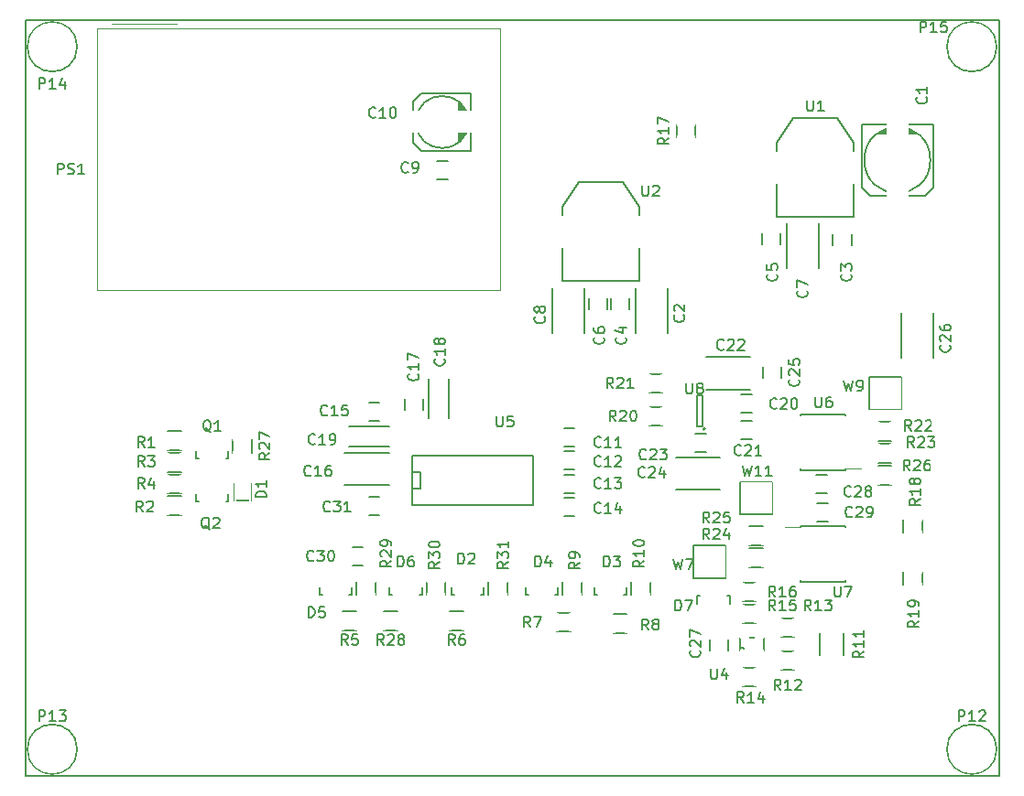
<source format=gbr>
%TF.GenerationSoftware,KiCad,Pcbnew,4.0.2+dfsg1-stable*%
%TF.CreationDate,2019-03-07T19:46:06+01:00*%
%TF.ProjectId,v2,76322E6B696361645F70636200000000,rev?*%
%TF.FileFunction,Legend,Top*%
%FSLAX46Y46*%
G04 Gerber Fmt 4.6, Leading zero omitted, Abs format (unit mm)*
G04 Created by KiCad (PCBNEW 4.0.2+dfsg1-stable) date czw, 7 mar 2019, 19:46:06*
%MOMM*%
G01*
G04 APERTURE LIST*
%ADD10C,0.100000*%
%ADD11C,0.150000*%
%ADD12C,0.120000*%
%ADD13R,2.000200X3.999180*%
%ADD14R,3.900000X3.900000*%
%ADD15C,3.900000*%
%ADD16O,2.432000X2.127200*%
%ADD17R,2.432000X2.127200*%
%ADD18C,2.700000*%
%ADD19O,2.100000X2.600000*%
%ADD20O,2.120000X2.600000*%
%ADD21R,2.940000X2.940000*%
%ADD22R,2.630000X2.200000*%
%ADD23R,1.650000X1.400000*%
%ADD24R,1.400000X1.650000*%
%ADD25R,3.399740X2.000200*%
%ADD26R,2.200000X2.630000*%
%ADD27R,1.630000X2.200000*%
%ADD28R,2.200000X1.630000*%
%ADD29R,0.975000X1.000000*%
%ADD30R,2.050000X1.000000*%
%ADD31C,1.900000*%
%ADD32R,2.432000X2.432000*%
%ADD33O,2.432000X2.432000*%
%ADD34O,4.200000X3.400000*%
%ADD35C,4.210000*%
%ADD36R,4.210000X4.210000*%
%ADD37R,1.200100X1.200100*%
%ADD38R,1.100000X1.700000*%
%ADD39R,1.700000X1.100000*%
%ADD40R,2.100000X1.300000*%
%ADD41C,2.900000*%
%ADD42C,3.400000*%
%ADD43C,2.899360*%
%ADD44R,4.057600X2.432000*%
%ADD45R,1.416000X2.432000*%
%ADD46R,0.806400X1.060400*%
%ADD47R,0.908000X1.543000*%
%ADD48R,1.950000X1.000000*%
%ADD49R,1.460000X1.050000*%
%ADD50R,2.127200X2.432000*%
%ADD51O,2.127200X2.432000*%
%ADD52C,4.464000*%
%ADD53R,1.900000X1.900000*%
G04 APERTURE END LIST*
D10*
D11*
X0Y0D02*
X90000000Y0D01*
X0Y-70000000D02*
X0Y0D01*
X90000000Y-70000000D02*
X0Y-70000000D01*
X90000000Y0D02*
X90000000Y-70000000D01*
X81382000Y-10049000D02*
X79858000Y-10049000D01*
X79477000Y-10176000D02*
X81763000Y-10176000D01*
X82017000Y-10303000D02*
X79223000Y-10303000D01*
X78969000Y-10430000D02*
X82271000Y-10430000D01*
X82398000Y-10557000D02*
X78842000Y-10557000D01*
X83922000Y-9668000D02*
X77318000Y-9668000D01*
X77318000Y-9668000D02*
X77318000Y-15510000D01*
X77318000Y-15510000D02*
X78080000Y-16272000D01*
X78080000Y-16272000D02*
X83160000Y-16272000D01*
X83160000Y-16272000D02*
X83922000Y-15510000D01*
X83922000Y-15510000D02*
X83922000Y-9668000D01*
X80620000Y-15129000D02*
X80620000Y-14367000D01*
X81001000Y-14748000D02*
X80239000Y-14748000D01*
X83668000Y-12970000D02*
G75*
G03X83668000Y-12970000I-3048000J0D01*
G01*
D12*
X6620000Y-25010000D02*
X6620000Y-770000D01*
X43860000Y-770000D02*
X43860000Y-25010000D01*
X6620000Y-770000D02*
X43860000Y-770000D01*
X6620000Y-25010000D02*
X43860000Y-25010000D01*
X8000000Y-390000D02*
X14000000Y-390000D01*
D11*
X66064000Y-45759500D02*
X69064000Y-45759500D01*
X69064000Y-45759500D02*
X69064000Y-42759500D01*
X69064000Y-42759500D02*
X66064000Y-42759500D01*
X66064000Y-42759500D02*
X66064000Y-45759500D01*
X78002000Y-33044000D02*
X81002000Y-33044000D01*
X81002000Y-33044000D02*
X81002000Y-36044000D01*
X81002000Y-36044000D02*
X78002000Y-36044000D01*
X78002000Y-36044000D02*
X78002000Y-33044000D01*
X61746000Y-48665000D02*
X61746000Y-51665000D01*
X61746000Y-51665000D02*
X64746000Y-51665000D01*
X64746000Y-51665000D02*
X64746000Y-48665000D01*
X64746000Y-48665000D02*
X61746000Y-48665000D01*
X56395000Y-28958000D02*
X56395000Y-24858000D01*
X59395000Y-28958000D02*
X59395000Y-24858000D01*
X76370000Y-20870000D02*
X76370000Y-19870000D01*
X74670000Y-19870000D02*
X74670000Y-20870000D01*
X55845000Y-26758000D02*
X55845000Y-25758000D01*
X54145000Y-25758000D02*
X54145000Y-26758000D01*
X69811000Y-20756500D02*
X69811000Y-19756500D01*
X68111000Y-19756500D02*
X68111000Y-20756500D01*
X53845000Y-26758000D02*
X53845000Y-25758000D01*
X52145000Y-25758000D02*
X52145000Y-26758000D01*
X70382000Y-22945500D02*
X70382000Y-18845500D01*
X73382000Y-22945500D02*
X73382000Y-18845500D01*
X48695000Y-28958000D02*
X48695000Y-24858000D01*
X51695000Y-28958000D02*
X51695000Y-24858000D01*
X39044500Y-13056500D02*
X38044500Y-13056500D01*
X38044500Y-14756500D02*
X39044500Y-14756500D01*
X40830500Y-10096500D02*
X40830500Y-8699500D01*
X40703500Y-10350500D02*
X40703500Y-8572500D01*
X40576500Y-10731500D02*
X40576500Y-8191500D01*
X40449500Y-8064500D02*
X40449500Y-10858500D01*
X40322500Y-10985500D02*
X40322500Y-7937500D01*
X40195500Y-7810500D02*
X40195500Y-11112500D01*
X40068500Y-11239500D02*
X40068500Y-7683500D01*
X41211500Y-12128500D02*
X36639500Y-12128500D01*
X36639500Y-12128500D02*
X35877500Y-11366500D01*
X35877500Y-11366500D02*
X35877500Y-7556500D01*
X35877500Y-7556500D02*
X36639500Y-6794500D01*
X36639500Y-6794500D02*
X41211500Y-6794500D01*
X41211500Y-6794500D02*
X41211500Y-12128500D01*
X36385500Y-9461500D02*
X37147500Y-9461500D01*
X36766500Y-9842500D02*
X36766500Y-9080500D01*
X40957500Y-9461500D02*
G75*
G03X40957500Y-9461500I-2413000J0D01*
G01*
X50792000Y-37758000D02*
X49792000Y-37758000D01*
X49792000Y-39458000D02*
X50792000Y-39458000D01*
X50792000Y-39917000D02*
X49792000Y-39917000D01*
X49792000Y-41617000D02*
X50792000Y-41617000D01*
X50792000Y-42076000D02*
X49792000Y-42076000D01*
X49792000Y-43776000D02*
X50792000Y-43776000D01*
X50792000Y-44235000D02*
X49792000Y-44235000D01*
X49792000Y-45935000D02*
X50792000Y-45935000D01*
X32758000Y-35446600D02*
X31758000Y-35446600D01*
X31758000Y-37146600D02*
X32758000Y-37146600D01*
X29518000Y-40066000D02*
X33618000Y-40066000D01*
X29518000Y-43066000D02*
X33618000Y-43066000D01*
X36791000Y-36060000D02*
X36791000Y-35060000D01*
X35091000Y-35060000D02*
X35091000Y-36060000D01*
X39127000Y-33198000D02*
X39127000Y-36898000D01*
X37327000Y-33198000D02*
X37327000Y-36898000D01*
X29968000Y-37666000D02*
X33668000Y-37666000D01*
X29968000Y-39466000D02*
X33668000Y-39466000D01*
X67202500Y-34643500D02*
X66202500Y-34643500D01*
X66202500Y-36343500D02*
X67202500Y-36343500D01*
X67175000Y-37123000D02*
X66175000Y-37123000D01*
X66175000Y-38823000D02*
X67175000Y-38823000D01*
X67014500Y-34202500D02*
X62914500Y-34202500D01*
X67014500Y-31202500D02*
X62914500Y-31202500D01*
X62920500Y-38329500D02*
X61920500Y-38329500D01*
X61920500Y-40029500D02*
X62920500Y-40029500D01*
X64220500Y-43473500D02*
X60120500Y-43473500D01*
X64220500Y-40473500D02*
X60120500Y-40473500D01*
X69874500Y-33139000D02*
X69874500Y-32139000D01*
X68174500Y-32139000D02*
X68174500Y-33139000D01*
X80986500Y-31264000D02*
X80986500Y-27164000D01*
X83986500Y-31264000D02*
X83986500Y-27164000D01*
X64971000Y-58349000D02*
X64971000Y-57349000D01*
X63271000Y-57349000D02*
X63271000Y-58349000D01*
X74119000Y-42092000D02*
X73119000Y-42092000D01*
X73119000Y-43792000D02*
X74119000Y-43792000D01*
X73178000Y-46450000D02*
X74178000Y-46450000D01*
X74178000Y-44750000D02*
X73178000Y-44750000D01*
D10*
X19494000Y-44500000D02*
X20594000Y-44500000D01*
X20594000Y-44500000D02*
X20594000Y-44400000D01*
X20594000Y-44400000D02*
X19494000Y-44400000D01*
X19494000Y-44400000D02*
X19494000Y-44500000D01*
X20844000Y-44500000D02*
X20844000Y-42900000D01*
X19244000Y-43700000D02*
X19244000Y-42900000D01*
X19244000Y-43700000D02*
X19244000Y-44500000D01*
D11*
X15994840Y-40600240D02*
X16043100Y-40600240D01*
X18793820Y-39899200D02*
X18793820Y-40600240D01*
X18793820Y-40600240D02*
X18544900Y-40600240D01*
X15994840Y-40600240D02*
X15794180Y-40600240D01*
X15794180Y-40600240D02*
X15794180Y-39899200D01*
X15994840Y-44600240D02*
X16043100Y-44600240D01*
X18793820Y-43899200D02*
X18793820Y-44600240D01*
X18793820Y-44600240D02*
X18544900Y-44600240D01*
X15994840Y-44600240D02*
X15794180Y-44600240D01*
X15794180Y-44600240D02*
X15794180Y-43899200D01*
X13194000Y-38075000D02*
X14394000Y-38075000D01*
X14394000Y-39825000D02*
X13194000Y-39825000D01*
X13194000Y-44075000D02*
X14394000Y-44075000D01*
X14394000Y-45825000D02*
X13194000Y-45825000D01*
X14394000Y-41825000D02*
X13194000Y-41825000D01*
X13194000Y-40075000D02*
X14394000Y-40075000D01*
X14394000Y-43825000D02*
X13194000Y-43825000D01*
X13194000Y-42075000D02*
X14394000Y-42075000D01*
X39278000Y-54751000D02*
X40478000Y-54751000D01*
X40478000Y-56501000D02*
X39278000Y-56501000D01*
X49184000Y-54878000D02*
X50384000Y-54878000D01*
X50384000Y-56628000D02*
X49184000Y-56628000D01*
X54391000Y-55005000D02*
X55591000Y-55005000D01*
X55591000Y-56755000D02*
X54391000Y-56755000D01*
X51421000Y-51978000D02*
X51421000Y-53178000D01*
X49671000Y-53178000D02*
X49671000Y-51978000D01*
X57771000Y-51978000D02*
X57771000Y-53178000D01*
X56021000Y-53178000D02*
X56021000Y-51978000D01*
X75624000Y-56785000D02*
X75624000Y-58785000D01*
X73474000Y-58785000D02*
X73474000Y-56785000D01*
X71085000Y-60184000D02*
X69885000Y-60184000D01*
X69885000Y-58434000D02*
X71085000Y-58434000D01*
X71085000Y-57136000D02*
X69885000Y-57136000D01*
X69885000Y-55386000D02*
X71085000Y-55386000D01*
X67529000Y-61708000D02*
X66329000Y-61708000D01*
X66329000Y-59958000D02*
X67529000Y-59958000D01*
X67529000Y-55866000D02*
X66329000Y-55866000D01*
X66329000Y-54116000D02*
X67529000Y-54116000D01*
X67529000Y-53834000D02*
X66329000Y-53834000D01*
X66329000Y-52084000D02*
X67529000Y-52084000D01*
X60207000Y-10884000D02*
X60207000Y-9684000D01*
X61957000Y-9684000D02*
X61957000Y-10884000D01*
X82917000Y-46263000D02*
X82917000Y-47463000D01*
X81167000Y-47463000D02*
X81167000Y-46263000D01*
X81167000Y-52289000D02*
X81167000Y-51089000D01*
X82917000Y-51089000D02*
X82917000Y-52289000D01*
X58888000Y-37575000D02*
X57688000Y-37575000D01*
X57688000Y-35825000D02*
X58888000Y-35825000D01*
X58888000Y-34527000D02*
X57688000Y-34527000D01*
X57688000Y-32777000D02*
X58888000Y-32777000D01*
X78870000Y-37195000D02*
X80070000Y-37195000D01*
X80070000Y-38945000D02*
X78870000Y-38945000D01*
X80069000Y-40992000D02*
X78869000Y-40992000D01*
X78869000Y-39242000D02*
X80069000Y-39242000D01*
X66964000Y-48909000D02*
X68164000Y-48909000D01*
X68164000Y-50659000D02*
X66964000Y-50659000D01*
X66964000Y-46877000D02*
X68164000Y-46877000D01*
X68164000Y-48627000D02*
X66964000Y-48627000D01*
X78870000Y-41295000D02*
X80070000Y-41295000D01*
X80070000Y-43045000D02*
X78870000Y-43045000D01*
X19169000Y-40050000D02*
X19169000Y-38850000D01*
X20919000Y-38850000D02*
X20919000Y-40050000D01*
X69469000Y-15176500D02*
X69469000Y-18224500D01*
X69469000Y-18224500D02*
X76581000Y-18224500D01*
X76581000Y-18224500D02*
X76581000Y-15176500D01*
X69469000Y-12128500D02*
X69469000Y-11366500D01*
X69469000Y-11366500D02*
X70993000Y-9080500D01*
X70993000Y-9080500D02*
X75057000Y-9080500D01*
X75057000Y-9080500D02*
X76581000Y-11366500D01*
X76581000Y-11366500D02*
X76581000Y-12128500D01*
X49664000Y-21144000D02*
X49664000Y-24192000D01*
X49664000Y-24192000D02*
X56776000Y-24192000D01*
X56776000Y-24192000D02*
X56776000Y-21144000D01*
X49664000Y-18096000D02*
X49664000Y-17334000D01*
X49664000Y-17334000D02*
X51188000Y-15048000D01*
X51188000Y-15048000D02*
X55252000Y-15048000D01*
X55252000Y-15048000D02*
X56776000Y-17334000D01*
X56776000Y-17334000D02*
X56776000Y-18096000D01*
X66083000Y-58085000D02*
X66383000Y-58085000D01*
X66383000Y-58085000D02*
X66383000Y-58385000D01*
X68283000Y-57185000D02*
X66083000Y-57185000D01*
X66083000Y-57185000D02*
X66083000Y-58385000D01*
X66083000Y-58385000D02*
X68283000Y-58385000D01*
X68283000Y-58385000D02*
X68283000Y-57185000D01*
X35738000Y-41824000D02*
X36500000Y-41824000D01*
X36500000Y-41824000D02*
X36500000Y-43348000D01*
X36500000Y-43348000D02*
X35738000Y-43348000D01*
X46914000Y-40300000D02*
X46914000Y-44872000D01*
X46914000Y-44872000D02*
X35738000Y-44872000D01*
X35738000Y-44872000D02*
X35738000Y-40300000D01*
X35738000Y-40300000D02*
X46914000Y-40300000D01*
X75849000Y-41657000D02*
X75849000Y-41512000D01*
X71699000Y-41657000D02*
X71699000Y-41512000D01*
X71699000Y-36507000D02*
X71699000Y-36652000D01*
X75849000Y-36507000D02*
X75849000Y-36652000D01*
X75849000Y-41657000D02*
X71699000Y-41657000D01*
X75849000Y-36507000D02*
X71699000Y-36507000D01*
X75849000Y-41512000D02*
X77249000Y-41512000D01*
X71643000Y-46845000D02*
X71643000Y-46990000D01*
X75793000Y-46845000D02*
X75793000Y-46990000D01*
X75793000Y-51995000D02*
X75793000Y-51850000D01*
X71643000Y-51995000D02*
X71643000Y-51850000D01*
X71643000Y-46845000D02*
X75793000Y-46845000D01*
X71643000Y-51995000D02*
X75793000Y-51995000D01*
X71643000Y-46990000D02*
X70243000Y-46990000D01*
X62862500Y-37863500D02*
G75*
G03X62862500Y-37863500I-100000J0D01*
G01*
X62112500Y-37613500D02*
X62612500Y-37613500D01*
X62112500Y-34713500D02*
X62112500Y-37613500D01*
X62612500Y-34713500D02*
X62112500Y-34713500D01*
X62612500Y-37613500D02*
X62612500Y-34713500D01*
X39594840Y-53228240D02*
X39643100Y-53228240D01*
X42393820Y-52527200D02*
X42393820Y-53228240D01*
X42393820Y-53228240D02*
X42144900Y-53228240D01*
X39594840Y-53228240D02*
X39394180Y-53228240D01*
X39394180Y-53228240D02*
X39394180Y-52527200D01*
X52802840Y-53228240D02*
X52851100Y-53228240D01*
X55601820Y-52527200D02*
X55601820Y-53228240D01*
X55601820Y-53228240D02*
X55352900Y-53228240D01*
X52802840Y-53228240D02*
X52602180Y-53228240D01*
X52602180Y-53228240D02*
X52602180Y-52527200D01*
X46452840Y-53228240D02*
X46501100Y-53228240D01*
X49251820Y-52527200D02*
X49251820Y-53228240D01*
X49251820Y-53228240D02*
X49002900Y-53228240D01*
X46452840Y-53228240D02*
X46252180Y-53228240D01*
X46252180Y-53228240D02*
X46252180Y-52527200D01*
X64926160Y-53324760D02*
X64877900Y-53324760D01*
X62127180Y-54025800D02*
X62127180Y-53324760D01*
X62127180Y-53324760D02*
X62376100Y-53324760D01*
X64926160Y-53324760D02*
X65126820Y-53324760D01*
X65126820Y-53324760D02*
X65126820Y-54025800D01*
X30234000Y-50507000D02*
X31234000Y-50507000D01*
X31234000Y-48807000D02*
X30234000Y-48807000D01*
X31758000Y-45808000D02*
X32758000Y-45808000D01*
X32758000Y-44108000D02*
X31758000Y-44108000D01*
X27402840Y-53228240D02*
X27451100Y-53228240D01*
X30201820Y-52527200D02*
X30201820Y-53228240D01*
X30201820Y-53228240D02*
X29952900Y-53228240D01*
X27402840Y-53228240D02*
X27202180Y-53228240D01*
X27202180Y-53228240D02*
X27202180Y-52527200D01*
X33879840Y-53228240D02*
X33928100Y-53228240D01*
X36678820Y-52527200D02*
X36678820Y-53228240D01*
X36678820Y-53228240D02*
X36429900Y-53228240D01*
X33879840Y-53228240D02*
X33679180Y-53228240D01*
X33679180Y-53228240D02*
X33679180Y-52527200D01*
X30572000Y-56501000D02*
X29372000Y-56501000D01*
X29372000Y-54751000D02*
X30572000Y-54751000D01*
X34382000Y-56501000D02*
X33182000Y-56501000D01*
X33182000Y-54751000D02*
X34382000Y-54751000D01*
X32371000Y-51978000D02*
X32371000Y-53178000D01*
X30621000Y-53178000D02*
X30621000Y-51978000D01*
X38848000Y-51978000D02*
X38848000Y-53178000D01*
X37098000Y-53178000D02*
X37098000Y-51978000D01*
X44563000Y-51978000D02*
X44563000Y-53178000D01*
X42813000Y-53178000D02*
X42813000Y-51978000D01*
X89786000Y-67500000D02*
G75*
G03X89786000Y-67500000I-2286000J0D01*
G01*
X4786000Y-67500000D02*
G75*
G03X4786000Y-67500000I-2286000J0D01*
G01*
X4786000Y-2500000D02*
G75*
G03X4786000Y-2500000I-2286000J0D01*
G01*
X89786000Y-2500000D02*
G75*
G03X89786000Y-2500000I-2286000J0D01*
G01*
X83283143Y-7148666D02*
X83330762Y-7196285D01*
X83378381Y-7339142D01*
X83378381Y-7434380D01*
X83330762Y-7577238D01*
X83235524Y-7672476D01*
X83140286Y-7720095D01*
X82949810Y-7767714D01*
X82806952Y-7767714D01*
X82616476Y-7720095D01*
X82521238Y-7672476D01*
X82426000Y-7577238D01*
X82378381Y-7434380D01*
X82378381Y-7339142D01*
X82426000Y-7196285D01*
X82473619Y-7148666D01*
X83378381Y-6196285D02*
X83378381Y-6767714D01*
X83378381Y-6482000D02*
X82378381Y-6482000D01*
X82521238Y-6577238D01*
X82616476Y-6672476D01*
X82664095Y-6767714D01*
X2990714Y-14296381D02*
X2990714Y-13296381D01*
X3371667Y-13296381D01*
X3466905Y-13344000D01*
X3514524Y-13391619D01*
X3562143Y-13486857D01*
X3562143Y-13629714D01*
X3514524Y-13724952D01*
X3466905Y-13772571D01*
X3371667Y-13820190D01*
X2990714Y-13820190D01*
X3943095Y-14248762D02*
X4085952Y-14296381D01*
X4324048Y-14296381D01*
X4419286Y-14248762D01*
X4466905Y-14201143D01*
X4514524Y-14105905D01*
X4514524Y-14010667D01*
X4466905Y-13915429D01*
X4419286Y-13867810D01*
X4324048Y-13820190D01*
X4133571Y-13772571D01*
X4038333Y-13724952D01*
X3990714Y-13677333D01*
X3943095Y-13582095D01*
X3943095Y-13486857D01*
X3990714Y-13391619D01*
X4038333Y-13344000D01*
X4133571Y-13296381D01*
X4371667Y-13296381D01*
X4514524Y-13344000D01*
X5466905Y-14296381D02*
X4895476Y-14296381D01*
X5181190Y-14296381D02*
X5181190Y-13296381D01*
X5085952Y-13439238D01*
X4990714Y-13534476D01*
X4895476Y-13582095D01*
X66305048Y-41232381D02*
X66543143Y-42232381D01*
X66733620Y-41518095D01*
X66924096Y-42232381D01*
X67162191Y-41232381D01*
X68066953Y-42232381D02*
X67495524Y-42232381D01*
X67781238Y-42232381D02*
X67781238Y-41232381D01*
X67686000Y-41375238D01*
X67590762Y-41470476D01*
X67495524Y-41518095D01*
X69019334Y-42232381D02*
X68447905Y-42232381D01*
X68733619Y-42232381D02*
X68733619Y-41232381D01*
X68638381Y-41375238D01*
X68543143Y-41470476D01*
X68447905Y-41518095D01*
X75671238Y-33358381D02*
X75909333Y-34358381D01*
X76099810Y-33644095D01*
X76290286Y-34358381D01*
X76528381Y-33358381D01*
X76956952Y-34358381D02*
X77147428Y-34358381D01*
X77242667Y-34310762D01*
X77290286Y-34263143D01*
X77385524Y-34120286D01*
X77433143Y-33929810D01*
X77433143Y-33548857D01*
X77385524Y-33453619D01*
X77337905Y-33406000D01*
X77242667Y-33358381D01*
X77052190Y-33358381D01*
X76956952Y-33406000D01*
X76909333Y-33453619D01*
X76861714Y-33548857D01*
X76861714Y-33786952D01*
X76909333Y-33882190D01*
X76956952Y-33929810D01*
X77052190Y-33977429D01*
X77242667Y-33977429D01*
X77337905Y-33929810D01*
X77385524Y-33882190D01*
X77433143Y-33786952D01*
X59923238Y-49868381D02*
X60161333Y-50868381D01*
X60351810Y-50154095D01*
X60542286Y-50868381D01*
X60780381Y-49868381D01*
X61066095Y-49868381D02*
X61732762Y-49868381D01*
X61304190Y-50868381D01*
X60852143Y-27324666D02*
X60899762Y-27372285D01*
X60947381Y-27515142D01*
X60947381Y-27610380D01*
X60899762Y-27753238D01*
X60804524Y-27848476D01*
X60709286Y-27896095D01*
X60518810Y-27943714D01*
X60375952Y-27943714D01*
X60185476Y-27896095D01*
X60090238Y-27848476D01*
X59995000Y-27753238D01*
X59947381Y-27610380D01*
X59947381Y-27515142D01*
X59995000Y-27372285D01*
X60042619Y-27324666D01*
X60042619Y-26943714D02*
X59995000Y-26896095D01*
X59947381Y-26800857D01*
X59947381Y-26562761D01*
X59995000Y-26467523D01*
X60042619Y-26419904D01*
X60137857Y-26372285D01*
X60233095Y-26372285D01*
X60375952Y-26419904D01*
X60947381Y-26991333D01*
X60947381Y-26372285D01*
X76303143Y-23534666D02*
X76350762Y-23582285D01*
X76398381Y-23725142D01*
X76398381Y-23820380D01*
X76350762Y-23963238D01*
X76255524Y-24058476D01*
X76160286Y-24106095D01*
X75969810Y-24153714D01*
X75826952Y-24153714D01*
X75636476Y-24106095D01*
X75541238Y-24058476D01*
X75446000Y-23963238D01*
X75398381Y-23820380D01*
X75398381Y-23725142D01*
X75446000Y-23582285D01*
X75493619Y-23534666D01*
X75398381Y-23201333D02*
X75398381Y-22582285D01*
X75779333Y-22915619D01*
X75779333Y-22772761D01*
X75826952Y-22677523D01*
X75874571Y-22629904D01*
X75969810Y-22582285D01*
X76207905Y-22582285D01*
X76303143Y-22629904D01*
X76350762Y-22677523D01*
X76398381Y-22772761D01*
X76398381Y-23058476D01*
X76350762Y-23153714D01*
X76303143Y-23201333D01*
X55475143Y-29376666D02*
X55522762Y-29424285D01*
X55570381Y-29567142D01*
X55570381Y-29662380D01*
X55522762Y-29805238D01*
X55427524Y-29900476D01*
X55332286Y-29948095D01*
X55141810Y-29995714D01*
X54998952Y-29995714D01*
X54808476Y-29948095D01*
X54713238Y-29900476D01*
X54618000Y-29805238D01*
X54570381Y-29662380D01*
X54570381Y-29567142D01*
X54618000Y-29424285D01*
X54665619Y-29376666D01*
X54903714Y-28519523D02*
X55570381Y-28519523D01*
X54522762Y-28757619D02*
X55237048Y-28995714D01*
X55237048Y-28376666D01*
X69445143Y-23534666D02*
X69492762Y-23582285D01*
X69540381Y-23725142D01*
X69540381Y-23820380D01*
X69492762Y-23963238D01*
X69397524Y-24058476D01*
X69302286Y-24106095D01*
X69111810Y-24153714D01*
X68968952Y-24153714D01*
X68778476Y-24106095D01*
X68683238Y-24058476D01*
X68588000Y-23963238D01*
X68540381Y-23820380D01*
X68540381Y-23725142D01*
X68588000Y-23582285D01*
X68635619Y-23534666D01*
X68540381Y-22629904D02*
X68540381Y-23106095D01*
X69016571Y-23153714D01*
X68968952Y-23106095D01*
X68921333Y-23010857D01*
X68921333Y-22772761D01*
X68968952Y-22677523D01*
X69016571Y-22629904D01*
X69111810Y-22582285D01*
X69349905Y-22582285D01*
X69445143Y-22629904D01*
X69492762Y-22677523D01*
X69540381Y-22772761D01*
X69540381Y-23010857D01*
X69492762Y-23106095D01*
X69445143Y-23153714D01*
X53443143Y-29376666D02*
X53490762Y-29424285D01*
X53538381Y-29567142D01*
X53538381Y-29662380D01*
X53490762Y-29805238D01*
X53395524Y-29900476D01*
X53300286Y-29948095D01*
X53109810Y-29995714D01*
X52966952Y-29995714D01*
X52776476Y-29948095D01*
X52681238Y-29900476D01*
X52586000Y-29805238D01*
X52538381Y-29662380D01*
X52538381Y-29567142D01*
X52586000Y-29424285D01*
X52633619Y-29376666D01*
X52538381Y-28519523D02*
X52538381Y-28710000D01*
X52586000Y-28805238D01*
X52633619Y-28852857D01*
X52776476Y-28948095D01*
X52966952Y-28995714D01*
X53347905Y-28995714D01*
X53443143Y-28948095D01*
X53490762Y-28900476D01*
X53538381Y-28805238D01*
X53538381Y-28614761D01*
X53490762Y-28519523D01*
X53443143Y-28471904D01*
X53347905Y-28424285D01*
X53109810Y-28424285D01*
X53014571Y-28471904D01*
X52966952Y-28519523D01*
X52919333Y-28614761D01*
X52919333Y-28805238D01*
X52966952Y-28900476D01*
X53014571Y-28948095D01*
X53109810Y-28995714D01*
X72239143Y-25058666D02*
X72286762Y-25106285D01*
X72334381Y-25249142D01*
X72334381Y-25344380D01*
X72286762Y-25487238D01*
X72191524Y-25582476D01*
X72096286Y-25630095D01*
X71905810Y-25677714D01*
X71762952Y-25677714D01*
X71572476Y-25630095D01*
X71477238Y-25582476D01*
X71382000Y-25487238D01*
X71334381Y-25344380D01*
X71334381Y-25249142D01*
X71382000Y-25106285D01*
X71429619Y-25058666D01*
X71334381Y-24725333D02*
X71334381Y-24058666D01*
X72334381Y-24487238D01*
X47977143Y-27468666D02*
X48024762Y-27516285D01*
X48072381Y-27659142D01*
X48072381Y-27754380D01*
X48024762Y-27897238D01*
X47929524Y-27992476D01*
X47834286Y-28040095D01*
X47643810Y-28087714D01*
X47500952Y-28087714D01*
X47310476Y-28040095D01*
X47215238Y-27992476D01*
X47120000Y-27897238D01*
X47072381Y-27754380D01*
X47072381Y-27659142D01*
X47120000Y-27516285D01*
X47167619Y-27468666D01*
X47500952Y-26897238D02*
X47453333Y-26992476D01*
X47405714Y-27040095D01*
X47310476Y-27087714D01*
X47262857Y-27087714D01*
X47167619Y-27040095D01*
X47120000Y-26992476D01*
X47072381Y-26897238D01*
X47072381Y-26706761D01*
X47120000Y-26611523D01*
X47167619Y-26563904D01*
X47262857Y-26516285D01*
X47310476Y-26516285D01*
X47405714Y-26563904D01*
X47453333Y-26611523D01*
X47500952Y-26706761D01*
X47500952Y-26897238D01*
X47548571Y-26992476D01*
X47596190Y-27040095D01*
X47691429Y-27087714D01*
X47881905Y-27087714D01*
X47977143Y-27040095D01*
X48024762Y-26992476D01*
X48072381Y-26897238D01*
X48072381Y-26706761D01*
X48024762Y-26611523D01*
X47977143Y-26563904D01*
X47881905Y-26516285D01*
X47691429Y-26516285D01*
X47596190Y-26563904D01*
X47548571Y-26611523D01*
X47500952Y-26706761D01*
X35393334Y-14073143D02*
X35345715Y-14120762D01*
X35202858Y-14168381D01*
X35107620Y-14168381D01*
X34964762Y-14120762D01*
X34869524Y-14025524D01*
X34821905Y-13930286D01*
X34774286Y-13739810D01*
X34774286Y-13596952D01*
X34821905Y-13406476D01*
X34869524Y-13311238D01*
X34964762Y-13216000D01*
X35107620Y-13168381D01*
X35202858Y-13168381D01*
X35345715Y-13216000D01*
X35393334Y-13263619D01*
X35869524Y-14168381D02*
X36060000Y-14168381D01*
X36155239Y-14120762D01*
X36202858Y-14073143D01*
X36298096Y-13930286D01*
X36345715Y-13739810D01*
X36345715Y-13358857D01*
X36298096Y-13263619D01*
X36250477Y-13216000D01*
X36155239Y-13168381D01*
X35964762Y-13168381D01*
X35869524Y-13216000D01*
X35821905Y-13263619D01*
X35774286Y-13358857D01*
X35774286Y-13596952D01*
X35821905Y-13692190D01*
X35869524Y-13739810D01*
X35964762Y-13787429D01*
X36155239Y-13787429D01*
X36250477Y-13739810D01*
X36298096Y-13692190D01*
X36345715Y-13596952D01*
X32377143Y-8993143D02*
X32329524Y-9040762D01*
X32186667Y-9088381D01*
X32091429Y-9088381D01*
X31948571Y-9040762D01*
X31853333Y-8945524D01*
X31805714Y-8850286D01*
X31758095Y-8659810D01*
X31758095Y-8516952D01*
X31805714Y-8326476D01*
X31853333Y-8231238D01*
X31948571Y-8136000D01*
X32091429Y-8088381D01*
X32186667Y-8088381D01*
X32329524Y-8136000D01*
X32377143Y-8183619D01*
X33329524Y-9088381D02*
X32758095Y-9088381D01*
X33043809Y-9088381D02*
X33043809Y-8088381D01*
X32948571Y-8231238D01*
X32853333Y-8326476D01*
X32758095Y-8374095D01*
X33948571Y-8088381D02*
X34043810Y-8088381D01*
X34139048Y-8136000D01*
X34186667Y-8183619D01*
X34234286Y-8278857D01*
X34281905Y-8469333D01*
X34281905Y-8707429D01*
X34234286Y-8897905D01*
X34186667Y-8993143D01*
X34139048Y-9040762D01*
X34043810Y-9088381D01*
X33948571Y-9088381D01*
X33853333Y-9040762D01*
X33805714Y-8993143D01*
X33758095Y-8897905D01*
X33710476Y-8707429D01*
X33710476Y-8469333D01*
X33758095Y-8278857D01*
X33805714Y-8183619D01*
X33853333Y-8136000D01*
X33948571Y-8088381D01*
X53205143Y-39473143D02*
X53157524Y-39520762D01*
X53014667Y-39568381D01*
X52919429Y-39568381D01*
X52776571Y-39520762D01*
X52681333Y-39425524D01*
X52633714Y-39330286D01*
X52586095Y-39139810D01*
X52586095Y-38996952D01*
X52633714Y-38806476D01*
X52681333Y-38711238D01*
X52776571Y-38616000D01*
X52919429Y-38568381D01*
X53014667Y-38568381D01*
X53157524Y-38616000D01*
X53205143Y-38663619D01*
X54157524Y-39568381D02*
X53586095Y-39568381D01*
X53871809Y-39568381D02*
X53871809Y-38568381D01*
X53776571Y-38711238D01*
X53681333Y-38806476D01*
X53586095Y-38854095D01*
X55109905Y-39568381D02*
X54538476Y-39568381D01*
X54824190Y-39568381D02*
X54824190Y-38568381D01*
X54728952Y-38711238D01*
X54633714Y-38806476D01*
X54538476Y-38854095D01*
X53205143Y-41251143D02*
X53157524Y-41298762D01*
X53014667Y-41346381D01*
X52919429Y-41346381D01*
X52776571Y-41298762D01*
X52681333Y-41203524D01*
X52633714Y-41108286D01*
X52586095Y-40917810D01*
X52586095Y-40774952D01*
X52633714Y-40584476D01*
X52681333Y-40489238D01*
X52776571Y-40394000D01*
X52919429Y-40346381D01*
X53014667Y-40346381D01*
X53157524Y-40394000D01*
X53205143Y-40441619D01*
X54157524Y-41346381D02*
X53586095Y-41346381D01*
X53871809Y-41346381D02*
X53871809Y-40346381D01*
X53776571Y-40489238D01*
X53681333Y-40584476D01*
X53586095Y-40632095D01*
X54538476Y-40441619D02*
X54586095Y-40394000D01*
X54681333Y-40346381D01*
X54919429Y-40346381D01*
X55014667Y-40394000D01*
X55062286Y-40441619D01*
X55109905Y-40536857D01*
X55109905Y-40632095D01*
X55062286Y-40774952D01*
X54490857Y-41346381D01*
X55109905Y-41346381D01*
X53205143Y-43283143D02*
X53157524Y-43330762D01*
X53014667Y-43378381D01*
X52919429Y-43378381D01*
X52776571Y-43330762D01*
X52681333Y-43235524D01*
X52633714Y-43140286D01*
X52586095Y-42949810D01*
X52586095Y-42806952D01*
X52633714Y-42616476D01*
X52681333Y-42521238D01*
X52776571Y-42426000D01*
X52919429Y-42378381D01*
X53014667Y-42378381D01*
X53157524Y-42426000D01*
X53205143Y-42473619D01*
X54157524Y-43378381D02*
X53586095Y-43378381D01*
X53871809Y-43378381D02*
X53871809Y-42378381D01*
X53776571Y-42521238D01*
X53681333Y-42616476D01*
X53586095Y-42664095D01*
X54490857Y-42378381D02*
X55109905Y-42378381D01*
X54776571Y-42759333D01*
X54919429Y-42759333D01*
X55014667Y-42806952D01*
X55062286Y-42854571D01*
X55109905Y-42949810D01*
X55109905Y-43187905D01*
X55062286Y-43283143D01*
X55014667Y-43330762D01*
X54919429Y-43378381D01*
X54633714Y-43378381D01*
X54538476Y-43330762D01*
X54490857Y-43283143D01*
X53205143Y-45569143D02*
X53157524Y-45616762D01*
X53014667Y-45664381D01*
X52919429Y-45664381D01*
X52776571Y-45616762D01*
X52681333Y-45521524D01*
X52633714Y-45426286D01*
X52586095Y-45235810D01*
X52586095Y-45092952D01*
X52633714Y-44902476D01*
X52681333Y-44807238D01*
X52776571Y-44712000D01*
X52919429Y-44664381D01*
X53014667Y-44664381D01*
X53157524Y-44712000D01*
X53205143Y-44759619D01*
X54157524Y-45664381D02*
X53586095Y-45664381D01*
X53871809Y-45664381D02*
X53871809Y-44664381D01*
X53776571Y-44807238D01*
X53681333Y-44902476D01*
X53586095Y-44950095D01*
X55014667Y-44997714D02*
X55014667Y-45664381D01*
X54776571Y-44616762D02*
X54538476Y-45331048D01*
X55157524Y-45331048D01*
X27927143Y-36549143D02*
X27879524Y-36596762D01*
X27736667Y-36644381D01*
X27641429Y-36644381D01*
X27498571Y-36596762D01*
X27403333Y-36501524D01*
X27355714Y-36406286D01*
X27308095Y-36215810D01*
X27308095Y-36072952D01*
X27355714Y-35882476D01*
X27403333Y-35787238D01*
X27498571Y-35692000D01*
X27641429Y-35644381D01*
X27736667Y-35644381D01*
X27879524Y-35692000D01*
X27927143Y-35739619D01*
X28879524Y-36644381D02*
X28308095Y-36644381D01*
X28593809Y-36644381D02*
X28593809Y-35644381D01*
X28498571Y-35787238D01*
X28403333Y-35882476D01*
X28308095Y-35930095D01*
X29784286Y-35644381D02*
X29308095Y-35644381D01*
X29260476Y-36120571D01*
X29308095Y-36072952D01*
X29403333Y-36025333D01*
X29641429Y-36025333D01*
X29736667Y-36072952D01*
X29784286Y-36120571D01*
X29831905Y-36215810D01*
X29831905Y-36453905D01*
X29784286Y-36549143D01*
X29736667Y-36596762D01*
X29641429Y-36644381D01*
X29403333Y-36644381D01*
X29308095Y-36596762D01*
X29260476Y-36549143D01*
X26403143Y-42137143D02*
X26355524Y-42184762D01*
X26212667Y-42232381D01*
X26117429Y-42232381D01*
X25974571Y-42184762D01*
X25879333Y-42089524D01*
X25831714Y-41994286D01*
X25784095Y-41803810D01*
X25784095Y-41660952D01*
X25831714Y-41470476D01*
X25879333Y-41375238D01*
X25974571Y-41280000D01*
X26117429Y-41232381D01*
X26212667Y-41232381D01*
X26355524Y-41280000D01*
X26403143Y-41327619D01*
X27355524Y-42232381D02*
X26784095Y-42232381D01*
X27069809Y-42232381D02*
X27069809Y-41232381D01*
X26974571Y-41375238D01*
X26879333Y-41470476D01*
X26784095Y-41518095D01*
X28212667Y-41232381D02*
X28022190Y-41232381D01*
X27926952Y-41280000D01*
X27879333Y-41327619D01*
X27784095Y-41470476D01*
X27736476Y-41660952D01*
X27736476Y-42041905D01*
X27784095Y-42137143D01*
X27831714Y-42184762D01*
X27926952Y-42232381D01*
X28117429Y-42232381D01*
X28212667Y-42184762D01*
X28260286Y-42137143D01*
X28307905Y-42041905D01*
X28307905Y-41803810D01*
X28260286Y-41708571D01*
X28212667Y-41660952D01*
X28117429Y-41613333D01*
X27926952Y-41613333D01*
X27831714Y-41660952D01*
X27784095Y-41708571D01*
X27736476Y-41803810D01*
X36293143Y-32770857D02*
X36340762Y-32818476D01*
X36388381Y-32961333D01*
X36388381Y-33056571D01*
X36340762Y-33199429D01*
X36245524Y-33294667D01*
X36150286Y-33342286D01*
X35959810Y-33389905D01*
X35816952Y-33389905D01*
X35626476Y-33342286D01*
X35531238Y-33294667D01*
X35436000Y-33199429D01*
X35388381Y-33056571D01*
X35388381Y-32961333D01*
X35436000Y-32818476D01*
X35483619Y-32770857D01*
X36388381Y-31818476D02*
X36388381Y-32389905D01*
X36388381Y-32104191D02*
X35388381Y-32104191D01*
X35531238Y-32199429D01*
X35626476Y-32294667D01*
X35674095Y-32389905D01*
X35388381Y-31485143D02*
X35388381Y-30818476D01*
X36388381Y-31247048D01*
X38711143Y-31376857D02*
X38758762Y-31424476D01*
X38806381Y-31567333D01*
X38806381Y-31662571D01*
X38758762Y-31805429D01*
X38663524Y-31900667D01*
X38568286Y-31948286D01*
X38377810Y-31995905D01*
X38234952Y-31995905D01*
X38044476Y-31948286D01*
X37949238Y-31900667D01*
X37854000Y-31805429D01*
X37806381Y-31662571D01*
X37806381Y-31567333D01*
X37854000Y-31424476D01*
X37901619Y-31376857D01*
X38806381Y-30424476D02*
X38806381Y-30995905D01*
X38806381Y-30710191D02*
X37806381Y-30710191D01*
X37949238Y-30805429D01*
X38044476Y-30900667D01*
X38092095Y-30995905D01*
X38234952Y-29853048D02*
X38187333Y-29948286D01*
X38139714Y-29995905D01*
X38044476Y-30043524D01*
X37996857Y-30043524D01*
X37901619Y-29995905D01*
X37854000Y-29948286D01*
X37806381Y-29853048D01*
X37806381Y-29662571D01*
X37854000Y-29567333D01*
X37901619Y-29519714D01*
X37996857Y-29472095D01*
X38044476Y-29472095D01*
X38139714Y-29519714D01*
X38187333Y-29567333D01*
X38234952Y-29662571D01*
X38234952Y-29853048D01*
X38282571Y-29948286D01*
X38330190Y-29995905D01*
X38425429Y-30043524D01*
X38615905Y-30043524D01*
X38711143Y-29995905D01*
X38758762Y-29948286D01*
X38806381Y-29853048D01*
X38806381Y-29662571D01*
X38758762Y-29567333D01*
X38711143Y-29519714D01*
X38615905Y-29472095D01*
X38425429Y-29472095D01*
X38330190Y-29519714D01*
X38282571Y-29567333D01*
X38234952Y-29662571D01*
X26789143Y-39219143D02*
X26741524Y-39266762D01*
X26598667Y-39314381D01*
X26503429Y-39314381D01*
X26360571Y-39266762D01*
X26265333Y-39171524D01*
X26217714Y-39076286D01*
X26170095Y-38885810D01*
X26170095Y-38742952D01*
X26217714Y-38552476D01*
X26265333Y-38457238D01*
X26360571Y-38362000D01*
X26503429Y-38314381D01*
X26598667Y-38314381D01*
X26741524Y-38362000D01*
X26789143Y-38409619D01*
X27741524Y-39314381D02*
X27170095Y-39314381D01*
X27455809Y-39314381D02*
X27455809Y-38314381D01*
X27360571Y-38457238D01*
X27265333Y-38552476D01*
X27170095Y-38600095D01*
X28217714Y-39314381D02*
X28408190Y-39314381D01*
X28503429Y-39266762D01*
X28551048Y-39219143D01*
X28646286Y-39076286D01*
X28693905Y-38885810D01*
X28693905Y-38504857D01*
X28646286Y-38409619D01*
X28598667Y-38362000D01*
X28503429Y-38314381D01*
X28312952Y-38314381D01*
X28217714Y-38362000D01*
X28170095Y-38409619D01*
X28122476Y-38504857D01*
X28122476Y-38742952D01*
X28170095Y-38838190D01*
X28217714Y-38885810D01*
X28312952Y-38933429D01*
X28503429Y-38933429D01*
X28598667Y-38885810D01*
X28646286Y-38838190D01*
X28693905Y-38742952D01*
X69461143Y-35917143D02*
X69413524Y-35964762D01*
X69270667Y-36012381D01*
X69175429Y-36012381D01*
X69032571Y-35964762D01*
X68937333Y-35869524D01*
X68889714Y-35774286D01*
X68842095Y-35583810D01*
X68842095Y-35440952D01*
X68889714Y-35250476D01*
X68937333Y-35155238D01*
X69032571Y-35060000D01*
X69175429Y-35012381D01*
X69270667Y-35012381D01*
X69413524Y-35060000D01*
X69461143Y-35107619D01*
X69842095Y-35107619D02*
X69889714Y-35060000D01*
X69984952Y-35012381D01*
X70223048Y-35012381D01*
X70318286Y-35060000D01*
X70365905Y-35107619D01*
X70413524Y-35202857D01*
X70413524Y-35298095D01*
X70365905Y-35440952D01*
X69794476Y-36012381D01*
X70413524Y-36012381D01*
X71032571Y-35012381D02*
X71127810Y-35012381D01*
X71223048Y-35060000D01*
X71270667Y-35107619D01*
X71318286Y-35202857D01*
X71365905Y-35393333D01*
X71365905Y-35631429D01*
X71318286Y-35821905D01*
X71270667Y-35917143D01*
X71223048Y-35964762D01*
X71127810Y-36012381D01*
X71032571Y-36012381D01*
X70937333Y-35964762D01*
X70889714Y-35917143D01*
X70842095Y-35821905D01*
X70794476Y-35631429D01*
X70794476Y-35393333D01*
X70842095Y-35202857D01*
X70889714Y-35107619D01*
X70937333Y-35060000D01*
X71032571Y-35012381D01*
X66159143Y-40235143D02*
X66111524Y-40282762D01*
X65968667Y-40330381D01*
X65873429Y-40330381D01*
X65730571Y-40282762D01*
X65635333Y-40187524D01*
X65587714Y-40092286D01*
X65540095Y-39901810D01*
X65540095Y-39758952D01*
X65587714Y-39568476D01*
X65635333Y-39473238D01*
X65730571Y-39378000D01*
X65873429Y-39330381D01*
X65968667Y-39330381D01*
X66111524Y-39378000D01*
X66159143Y-39425619D01*
X66540095Y-39425619D02*
X66587714Y-39378000D01*
X66682952Y-39330381D01*
X66921048Y-39330381D01*
X67016286Y-39378000D01*
X67063905Y-39425619D01*
X67111524Y-39520857D01*
X67111524Y-39616095D01*
X67063905Y-39758952D01*
X66492476Y-40330381D01*
X67111524Y-40330381D01*
X68063905Y-40330381D02*
X67492476Y-40330381D01*
X67778190Y-40330381D02*
X67778190Y-39330381D01*
X67682952Y-39473238D01*
X67587714Y-39568476D01*
X67492476Y-39616095D01*
X64571643Y-30459643D02*
X64524024Y-30507262D01*
X64381167Y-30554881D01*
X64285929Y-30554881D01*
X64143071Y-30507262D01*
X64047833Y-30412024D01*
X64000214Y-30316786D01*
X63952595Y-30126310D01*
X63952595Y-29983452D01*
X64000214Y-29792976D01*
X64047833Y-29697738D01*
X64143071Y-29602500D01*
X64285929Y-29554881D01*
X64381167Y-29554881D01*
X64524024Y-29602500D01*
X64571643Y-29650119D01*
X64952595Y-29650119D02*
X65000214Y-29602500D01*
X65095452Y-29554881D01*
X65333548Y-29554881D01*
X65428786Y-29602500D01*
X65476405Y-29650119D01*
X65524024Y-29745357D01*
X65524024Y-29840595D01*
X65476405Y-29983452D01*
X64904976Y-30554881D01*
X65524024Y-30554881D01*
X65904976Y-29650119D02*
X65952595Y-29602500D01*
X66047833Y-29554881D01*
X66285929Y-29554881D01*
X66381167Y-29602500D01*
X66428786Y-29650119D01*
X66476405Y-29745357D01*
X66476405Y-29840595D01*
X66428786Y-29983452D01*
X65857357Y-30554881D01*
X66476405Y-30554881D01*
X57391143Y-40613143D02*
X57343524Y-40660762D01*
X57200667Y-40708381D01*
X57105429Y-40708381D01*
X56962571Y-40660762D01*
X56867333Y-40565524D01*
X56819714Y-40470286D01*
X56772095Y-40279810D01*
X56772095Y-40136952D01*
X56819714Y-39946476D01*
X56867333Y-39851238D01*
X56962571Y-39756000D01*
X57105429Y-39708381D01*
X57200667Y-39708381D01*
X57343524Y-39756000D01*
X57391143Y-39803619D01*
X57772095Y-39803619D02*
X57819714Y-39756000D01*
X57914952Y-39708381D01*
X58153048Y-39708381D01*
X58248286Y-39756000D01*
X58295905Y-39803619D01*
X58343524Y-39898857D01*
X58343524Y-39994095D01*
X58295905Y-40136952D01*
X57724476Y-40708381D01*
X58343524Y-40708381D01*
X58676857Y-39708381D02*
X59295905Y-39708381D01*
X58962571Y-40089333D01*
X59105429Y-40089333D01*
X59200667Y-40136952D01*
X59248286Y-40184571D01*
X59295905Y-40279810D01*
X59295905Y-40517905D01*
X59248286Y-40613143D01*
X59200667Y-40660762D01*
X59105429Y-40708381D01*
X58819714Y-40708381D01*
X58724476Y-40660762D01*
X58676857Y-40613143D01*
X57269143Y-42267143D02*
X57221524Y-42314762D01*
X57078667Y-42362381D01*
X56983429Y-42362381D01*
X56840571Y-42314762D01*
X56745333Y-42219524D01*
X56697714Y-42124286D01*
X56650095Y-41933810D01*
X56650095Y-41790952D01*
X56697714Y-41600476D01*
X56745333Y-41505238D01*
X56840571Y-41410000D01*
X56983429Y-41362381D01*
X57078667Y-41362381D01*
X57221524Y-41410000D01*
X57269143Y-41457619D01*
X57650095Y-41457619D02*
X57697714Y-41410000D01*
X57792952Y-41362381D01*
X58031048Y-41362381D01*
X58126286Y-41410000D01*
X58173905Y-41457619D01*
X58221524Y-41552857D01*
X58221524Y-41648095D01*
X58173905Y-41790952D01*
X57602476Y-42362381D01*
X58221524Y-42362381D01*
X59078667Y-41695714D02*
X59078667Y-42362381D01*
X58840571Y-41314762D02*
X58602476Y-42029048D01*
X59221524Y-42029048D01*
X71481643Y-33281857D02*
X71529262Y-33329476D01*
X71576881Y-33472333D01*
X71576881Y-33567571D01*
X71529262Y-33710429D01*
X71434024Y-33805667D01*
X71338786Y-33853286D01*
X71148310Y-33900905D01*
X71005452Y-33900905D01*
X70814976Y-33853286D01*
X70719738Y-33805667D01*
X70624500Y-33710429D01*
X70576881Y-33567571D01*
X70576881Y-33472333D01*
X70624500Y-33329476D01*
X70672119Y-33281857D01*
X70672119Y-32900905D02*
X70624500Y-32853286D01*
X70576881Y-32758048D01*
X70576881Y-32519952D01*
X70624500Y-32424714D01*
X70672119Y-32377095D01*
X70767357Y-32329476D01*
X70862595Y-32329476D01*
X71005452Y-32377095D01*
X71576881Y-32948524D01*
X71576881Y-32329476D01*
X70576881Y-31424714D02*
X70576881Y-31900905D01*
X71053071Y-31948524D01*
X71005452Y-31900905D01*
X70957833Y-31805667D01*
X70957833Y-31567571D01*
X71005452Y-31472333D01*
X71053071Y-31424714D01*
X71148310Y-31377095D01*
X71386405Y-31377095D01*
X71481643Y-31424714D01*
X71529262Y-31472333D01*
X71576881Y-31567571D01*
X71576881Y-31805667D01*
X71529262Y-31900905D01*
X71481643Y-31948524D01*
X85443643Y-30106857D02*
X85491262Y-30154476D01*
X85538881Y-30297333D01*
X85538881Y-30392571D01*
X85491262Y-30535429D01*
X85396024Y-30630667D01*
X85300786Y-30678286D01*
X85110310Y-30725905D01*
X84967452Y-30725905D01*
X84776976Y-30678286D01*
X84681738Y-30630667D01*
X84586500Y-30535429D01*
X84538881Y-30392571D01*
X84538881Y-30297333D01*
X84586500Y-30154476D01*
X84634119Y-30106857D01*
X84634119Y-29725905D02*
X84586500Y-29678286D01*
X84538881Y-29583048D01*
X84538881Y-29344952D01*
X84586500Y-29249714D01*
X84634119Y-29202095D01*
X84729357Y-29154476D01*
X84824595Y-29154476D01*
X84967452Y-29202095D01*
X85538881Y-29773524D01*
X85538881Y-29154476D01*
X84538881Y-28297333D02*
X84538881Y-28487810D01*
X84586500Y-28583048D01*
X84634119Y-28630667D01*
X84776976Y-28725905D01*
X84967452Y-28773524D01*
X85348405Y-28773524D01*
X85443643Y-28725905D01*
X85491262Y-28678286D01*
X85538881Y-28583048D01*
X85538881Y-28392571D01*
X85491262Y-28297333D01*
X85443643Y-28249714D01*
X85348405Y-28202095D01*
X85110310Y-28202095D01*
X85015071Y-28249714D01*
X84967452Y-28297333D01*
X84919833Y-28392571D01*
X84919833Y-28583048D01*
X84967452Y-28678286D01*
X85015071Y-28725905D01*
X85110310Y-28773524D01*
X62338143Y-58361857D02*
X62385762Y-58409476D01*
X62433381Y-58552333D01*
X62433381Y-58647571D01*
X62385762Y-58790429D01*
X62290524Y-58885667D01*
X62195286Y-58933286D01*
X62004810Y-58980905D01*
X61861952Y-58980905D01*
X61671476Y-58933286D01*
X61576238Y-58885667D01*
X61481000Y-58790429D01*
X61433381Y-58647571D01*
X61433381Y-58552333D01*
X61481000Y-58409476D01*
X61528619Y-58361857D01*
X61528619Y-57980905D02*
X61481000Y-57933286D01*
X61433381Y-57838048D01*
X61433381Y-57599952D01*
X61481000Y-57504714D01*
X61528619Y-57457095D01*
X61623857Y-57409476D01*
X61719095Y-57409476D01*
X61861952Y-57457095D01*
X62433381Y-58028524D01*
X62433381Y-57409476D01*
X61433381Y-57076143D02*
X61433381Y-56409476D01*
X62433381Y-56838048D01*
X76319143Y-44045143D02*
X76271524Y-44092762D01*
X76128667Y-44140381D01*
X76033429Y-44140381D01*
X75890571Y-44092762D01*
X75795333Y-43997524D01*
X75747714Y-43902286D01*
X75700095Y-43711810D01*
X75700095Y-43568952D01*
X75747714Y-43378476D01*
X75795333Y-43283238D01*
X75890571Y-43188000D01*
X76033429Y-43140381D01*
X76128667Y-43140381D01*
X76271524Y-43188000D01*
X76319143Y-43235619D01*
X76700095Y-43235619D02*
X76747714Y-43188000D01*
X76842952Y-43140381D01*
X77081048Y-43140381D01*
X77176286Y-43188000D01*
X77223905Y-43235619D01*
X77271524Y-43330857D01*
X77271524Y-43426095D01*
X77223905Y-43568952D01*
X76652476Y-44140381D01*
X77271524Y-44140381D01*
X77842952Y-43568952D02*
X77747714Y-43521333D01*
X77700095Y-43473714D01*
X77652476Y-43378476D01*
X77652476Y-43330857D01*
X77700095Y-43235619D01*
X77747714Y-43188000D01*
X77842952Y-43140381D01*
X78033429Y-43140381D01*
X78128667Y-43188000D01*
X78176286Y-43235619D01*
X78223905Y-43330857D01*
X78223905Y-43378476D01*
X78176286Y-43473714D01*
X78128667Y-43521333D01*
X78033429Y-43568952D01*
X77842952Y-43568952D01*
X77747714Y-43616571D01*
X77700095Y-43664190D01*
X77652476Y-43759429D01*
X77652476Y-43949905D01*
X77700095Y-44045143D01*
X77747714Y-44092762D01*
X77842952Y-44140381D01*
X78033429Y-44140381D01*
X78128667Y-44092762D01*
X78176286Y-44045143D01*
X78223905Y-43949905D01*
X78223905Y-43759429D01*
X78176286Y-43664190D01*
X78128667Y-43616571D01*
X78033429Y-43568952D01*
X76441143Y-45947143D02*
X76393524Y-45994762D01*
X76250667Y-46042381D01*
X76155429Y-46042381D01*
X76012571Y-45994762D01*
X75917333Y-45899524D01*
X75869714Y-45804286D01*
X75822095Y-45613810D01*
X75822095Y-45470952D01*
X75869714Y-45280476D01*
X75917333Y-45185238D01*
X76012571Y-45090000D01*
X76155429Y-45042381D01*
X76250667Y-45042381D01*
X76393524Y-45090000D01*
X76441143Y-45137619D01*
X76822095Y-45137619D02*
X76869714Y-45090000D01*
X76964952Y-45042381D01*
X77203048Y-45042381D01*
X77298286Y-45090000D01*
X77345905Y-45137619D01*
X77393524Y-45232857D01*
X77393524Y-45328095D01*
X77345905Y-45470952D01*
X76774476Y-46042381D01*
X77393524Y-46042381D01*
X77869714Y-46042381D02*
X78060190Y-46042381D01*
X78155429Y-45994762D01*
X78203048Y-45947143D01*
X78298286Y-45804286D01*
X78345905Y-45613810D01*
X78345905Y-45232857D01*
X78298286Y-45137619D01*
X78250667Y-45090000D01*
X78155429Y-45042381D01*
X77964952Y-45042381D01*
X77869714Y-45090000D01*
X77822095Y-45137619D01*
X77774476Y-45232857D01*
X77774476Y-45470952D01*
X77822095Y-45566190D01*
X77869714Y-45613810D01*
X77964952Y-45661429D01*
X78155429Y-45661429D01*
X78250667Y-45613810D01*
X78298286Y-45566190D01*
X78345905Y-45470952D01*
X22296381Y-44172095D02*
X21296381Y-44172095D01*
X21296381Y-43934000D01*
X21344000Y-43791142D01*
X21439238Y-43695904D01*
X21534476Y-43648285D01*
X21724952Y-43600666D01*
X21867810Y-43600666D01*
X22058286Y-43648285D01*
X22153524Y-43695904D01*
X22248762Y-43791142D01*
X22296381Y-43934000D01*
X22296381Y-44172095D01*
X22296381Y-42648285D02*
X22296381Y-43219714D01*
X22296381Y-42934000D02*
X21296381Y-42934000D01*
X21439238Y-43029238D01*
X21534476Y-43124476D01*
X21582095Y-43219714D01*
X17176762Y-38139619D02*
X17081524Y-38092000D01*
X16986286Y-37996762D01*
X16843429Y-37853905D01*
X16748190Y-37806286D01*
X16652952Y-37806286D01*
X16700571Y-38044381D02*
X16605333Y-37996762D01*
X16510095Y-37901524D01*
X16462476Y-37711048D01*
X16462476Y-37377714D01*
X16510095Y-37187238D01*
X16605333Y-37092000D01*
X16700571Y-37044381D01*
X16891048Y-37044381D01*
X16986286Y-37092000D01*
X17081524Y-37187238D01*
X17129143Y-37377714D01*
X17129143Y-37711048D01*
X17081524Y-37901524D01*
X16986286Y-37996762D01*
X16891048Y-38044381D01*
X16700571Y-38044381D01*
X18081524Y-38044381D02*
X17510095Y-38044381D01*
X17795809Y-38044381D02*
X17795809Y-37044381D01*
X17700571Y-37187238D01*
X17605333Y-37282476D01*
X17510095Y-37330095D01*
X17044762Y-47153619D02*
X16949524Y-47106000D01*
X16854286Y-47010762D01*
X16711429Y-46867905D01*
X16616190Y-46820286D01*
X16520952Y-46820286D01*
X16568571Y-47058381D02*
X16473333Y-47010762D01*
X16378095Y-46915524D01*
X16330476Y-46725048D01*
X16330476Y-46391714D01*
X16378095Y-46201238D01*
X16473333Y-46106000D01*
X16568571Y-46058381D01*
X16759048Y-46058381D01*
X16854286Y-46106000D01*
X16949524Y-46201238D01*
X16997143Y-46391714D01*
X16997143Y-46725048D01*
X16949524Y-46915524D01*
X16854286Y-47010762D01*
X16759048Y-47058381D01*
X16568571Y-47058381D01*
X17378095Y-46153619D02*
X17425714Y-46106000D01*
X17520952Y-46058381D01*
X17759048Y-46058381D01*
X17854286Y-46106000D01*
X17901905Y-46153619D01*
X17949524Y-46248857D01*
X17949524Y-46344095D01*
X17901905Y-46486952D01*
X17330476Y-47058381D01*
X17949524Y-47058381D01*
X11009334Y-39568381D02*
X10676000Y-39092190D01*
X10437905Y-39568381D02*
X10437905Y-38568381D01*
X10818858Y-38568381D01*
X10914096Y-38616000D01*
X10961715Y-38663619D01*
X11009334Y-38758857D01*
X11009334Y-38901714D01*
X10961715Y-38996952D01*
X10914096Y-39044571D01*
X10818858Y-39092190D01*
X10437905Y-39092190D01*
X11961715Y-39568381D02*
X11390286Y-39568381D01*
X11676000Y-39568381D02*
X11676000Y-38568381D01*
X11580762Y-38711238D01*
X11485524Y-38806476D01*
X11390286Y-38854095D01*
X10877334Y-45534381D02*
X10544000Y-45058190D01*
X10305905Y-45534381D02*
X10305905Y-44534381D01*
X10686858Y-44534381D01*
X10782096Y-44582000D01*
X10829715Y-44629619D01*
X10877334Y-44724857D01*
X10877334Y-44867714D01*
X10829715Y-44962952D01*
X10782096Y-45010571D01*
X10686858Y-45058190D01*
X10305905Y-45058190D01*
X11258286Y-44629619D02*
X11305905Y-44582000D01*
X11401143Y-44534381D01*
X11639239Y-44534381D01*
X11734477Y-44582000D01*
X11782096Y-44629619D01*
X11829715Y-44724857D01*
X11829715Y-44820095D01*
X11782096Y-44962952D01*
X11210667Y-45534381D01*
X11829715Y-45534381D01*
X11009334Y-41346381D02*
X10676000Y-40870190D01*
X10437905Y-41346381D02*
X10437905Y-40346381D01*
X10818858Y-40346381D01*
X10914096Y-40394000D01*
X10961715Y-40441619D01*
X11009334Y-40536857D01*
X11009334Y-40679714D01*
X10961715Y-40774952D01*
X10914096Y-40822571D01*
X10818858Y-40870190D01*
X10437905Y-40870190D01*
X11342667Y-40346381D02*
X11961715Y-40346381D01*
X11628381Y-40727333D01*
X11771239Y-40727333D01*
X11866477Y-40774952D01*
X11914096Y-40822571D01*
X11961715Y-40917810D01*
X11961715Y-41155905D01*
X11914096Y-41251143D01*
X11866477Y-41298762D01*
X11771239Y-41346381D01*
X11485524Y-41346381D01*
X11390286Y-41298762D01*
X11342667Y-41251143D01*
X11009334Y-43378381D02*
X10676000Y-42902190D01*
X10437905Y-43378381D02*
X10437905Y-42378381D01*
X10818858Y-42378381D01*
X10914096Y-42426000D01*
X10961715Y-42473619D01*
X11009334Y-42568857D01*
X11009334Y-42711714D01*
X10961715Y-42806952D01*
X10914096Y-42854571D01*
X10818858Y-42902190D01*
X10437905Y-42902190D01*
X11866477Y-42711714D02*
X11866477Y-43378381D01*
X11628381Y-42330762D02*
X11390286Y-43045048D01*
X12009334Y-43045048D01*
X39711334Y-57856381D02*
X39378000Y-57380190D01*
X39139905Y-57856381D02*
X39139905Y-56856381D01*
X39520858Y-56856381D01*
X39616096Y-56904000D01*
X39663715Y-56951619D01*
X39711334Y-57046857D01*
X39711334Y-57189714D01*
X39663715Y-57284952D01*
X39616096Y-57332571D01*
X39520858Y-57380190D01*
X39139905Y-57380190D01*
X40568477Y-56856381D02*
X40378000Y-56856381D01*
X40282762Y-56904000D01*
X40235143Y-56951619D01*
X40139905Y-57094476D01*
X40092286Y-57284952D01*
X40092286Y-57665905D01*
X40139905Y-57761143D01*
X40187524Y-57808762D01*
X40282762Y-57856381D01*
X40473239Y-57856381D01*
X40568477Y-57808762D01*
X40616096Y-57761143D01*
X40663715Y-57665905D01*
X40663715Y-57427810D01*
X40616096Y-57332571D01*
X40568477Y-57284952D01*
X40473239Y-57237333D01*
X40282762Y-57237333D01*
X40187524Y-57284952D01*
X40139905Y-57332571D01*
X40092286Y-57427810D01*
X46691334Y-56202381D02*
X46358000Y-55726190D01*
X46119905Y-56202381D02*
X46119905Y-55202381D01*
X46500858Y-55202381D01*
X46596096Y-55250000D01*
X46643715Y-55297619D01*
X46691334Y-55392857D01*
X46691334Y-55535714D01*
X46643715Y-55630952D01*
X46596096Y-55678571D01*
X46500858Y-55726190D01*
X46119905Y-55726190D01*
X47024667Y-55202381D02*
X47691334Y-55202381D01*
X47262762Y-56202381D01*
X57613334Y-56456381D02*
X57280000Y-55980190D01*
X57041905Y-56456381D02*
X57041905Y-55456381D01*
X57422858Y-55456381D01*
X57518096Y-55504000D01*
X57565715Y-55551619D01*
X57613334Y-55646857D01*
X57613334Y-55789714D01*
X57565715Y-55884952D01*
X57518096Y-55932571D01*
X57422858Y-55980190D01*
X57041905Y-55980190D01*
X58184762Y-55884952D02*
X58089524Y-55837333D01*
X58041905Y-55789714D01*
X57994286Y-55694476D01*
X57994286Y-55646857D01*
X58041905Y-55551619D01*
X58089524Y-55504000D01*
X58184762Y-55456381D01*
X58375239Y-55456381D01*
X58470477Y-55504000D01*
X58518096Y-55551619D01*
X58565715Y-55646857D01*
X58565715Y-55694476D01*
X58518096Y-55789714D01*
X58470477Y-55837333D01*
X58375239Y-55884952D01*
X58184762Y-55884952D01*
X58089524Y-55932571D01*
X58041905Y-55980190D01*
X57994286Y-56075429D01*
X57994286Y-56265905D01*
X58041905Y-56361143D01*
X58089524Y-56408762D01*
X58184762Y-56456381D01*
X58375239Y-56456381D01*
X58470477Y-56408762D01*
X58518096Y-56361143D01*
X58565715Y-56265905D01*
X58565715Y-56075429D01*
X58518096Y-55980190D01*
X58470477Y-55932571D01*
X58375239Y-55884952D01*
X51252381Y-50204666D02*
X50776190Y-50538000D01*
X51252381Y-50776095D02*
X50252381Y-50776095D01*
X50252381Y-50395142D01*
X50300000Y-50299904D01*
X50347619Y-50252285D01*
X50442857Y-50204666D01*
X50585714Y-50204666D01*
X50680952Y-50252285D01*
X50728571Y-50299904D01*
X50776190Y-50395142D01*
X50776190Y-50776095D01*
X51252381Y-49728476D02*
X51252381Y-49538000D01*
X51204762Y-49442761D01*
X51157143Y-49395142D01*
X51014286Y-49299904D01*
X50823810Y-49252285D01*
X50442857Y-49252285D01*
X50347619Y-49299904D01*
X50300000Y-49347523D01*
X50252381Y-49442761D01*
X50252381Y-49633238D01*
X50300000Y-49728476D01*
X50347619Y-49776095D01*
X50442857Y-49823714D01*
X50680952Y-49823714D01*
X50776190Y-49776095D01*
X50823810Y-49728476D01*
X50871429Y-49633238D01*
X50871429Y-49442761D01*
X50823810Y-49347523D01*
X50776190Y-49299904D01*
X50680952Y-49252285D01*
X57216381Y-50042857D02*
X56740190Y-50376191D01*
X57216381Y-50614286D02*
X56216381Y-50614286D01*
X56216381Y-50233333D01*
X56264000Y-50138095D01*
X56311619Y-50090476D01*
X56406857Y-50042857D01*
X56549714Y-50042857D01*
X56644952Y-50090476D01*
X56692571Y-50138095D01*
X56740190Y-50233333D01*
X56740190Y-50614286D01*
X57216381Y-49090476D02*
X57216381Y-49661905D01*
X57216381Y-49376191D02*
X56216381Y-49376191D01*
X56359238Y-49471429D01*
X56454476Y-49566667D01*
X56502095Y-49661905D01*
X56216381Y-48471429D02*
X56216381Y-48376190D01*
X56264000Y-48280952D01*
X56311619Y-48233333D01*
X56406857Y-48185714D01*
X56597333Y-48138095D01*
X56835429Y-48138095D01*
X57025905Y-48185714D01*
X57121143Y-48233333D01*
X57168762Y-48280952D01*
X57216381Y-48376190D01*
X57216381Y-48471429D01*
X57168762Y-48566667D01*
X57121143Y-48614286D01*
X57025905Y-48661905D01*
X56835429Y-48709524D01*
X56597333Y-48709524D01*
X56406857Y-48661905D01*
X56311619Y-48614286D01*
X56264000Y-48566667D01*
X56216381Y-48471429D01*
X77536381Y-58424857D02*
X77060190Y-58758191D01*
X77536381Y-58996286D02*
X76536381Y-58996286D01*
X76536381Y-58615333D01*
X76584000Y-58520095D01*
X76631619Y-58472476D01*
X76726857Y-58424857D01*
X76869714Y-58424857D01*
X76964952Y-58472476D01*
X77012571Y-58520095D01*
X77060190Y-58615333D01*
X77060190Y-58996286D01*
X77536381Y-57472476D02*
X77536381Y-58043905D01*
X77536381Y-57758191D02*
X76536381Y-57758191D01*
X76679238Y-57853429D01*
X76774476Y-57948667D01*
X76822095Y-58043905D01*
X77536381Y-56520095D02*
X77536381Y-57091524D01*
X77536381Y-56805810D02*
X76536381Y-56805810D01*
X76679238Y-56901048D01*
X76774476Y-56996286D01*
X76822095Y-57091524D01*
X69837143Y-62044381D02*
X69503809Y-61568190D01*
X69265714Y-62044381D02*
X69265714Y-61044381D01*
X69646667Y-61044381D01*
X69741905Y-61092000D01*
X69789524Y-61139619D01*
X69837143Y-61234857D01*
X69837143Y-61377714D01*
X69789524Y-61472952D01*
X69741905Y-61520571D01*
X69646667Y-61568190D01*
X69265714Y-61568190D01*
X70789524Y-62044381D02*
X70218095Y-62044381D01*
X70503809Y-62044381D02*
X70503809Y-61044381D01*
X70408571Y-61187238D01*
X70313333Y-61282476D01*
X70218095Y-61330095D01*
X71170476Y-61139619D02*
X71218095Y-61092000D01*
X71313333Y-61044381D01*
X71551429Y-61044381D01*
X71646667Y-61092000D01*
X71694286Y-61139619D01*
X71741905Y-61234857D01*
X71741905Y-61330095D01*
X71694286Y-61472952D01*
X71122857Y-62044381D01*
X71741905Y-62044381D01*
X72631143Y-54678381D02*
X72297809Y-54202190D01*
X72059714Y-54678381D02*
X72059714Y-53678381D01*
X72440667Y-53678381D01*
X72535905Y-53726000D01*
X72583524Y-53773619D01*
X72631143Y-53868857D01*
X72631143Y-54011714D01*
X72583524Y-54106952D01*
X72535905Y-54154571D01*
X72440667Y-54202190D01*
X72059714Y-54202190D01*
X73583524Y-54678381D02*
X73012095Y-54678381D01*
X73297809Y-54678381D02*
X73297809Y-53678381D01*
X73202571Y-53821238D01*
X73107333Y-53916476D01*
X73012095Y-53964095D01*
X73916857Y-53678381D02*
X74535905Y-53678381D01*
X74202571Y-54059333D01*
X74345429Y-54059333D01*
X74440667Y-54106952D01*
X74488286Y-54154571D01*
X74535905Y-54249810D01*
X74535905Y-54487905D01*
X74488286Y-54583143D01*
X74440667Y-54630762D01*
X74345429Y-54678381D01*
X74059714Y-54678381D01*
X73964476Y-54630762D01*
X73916857Y-54583143D01*
X66413143Y-63190381D02*
X66079809Y-62714190D01*
X65841714Y-63190381D02*
X65841714Y-62190381D01*
X66222667Y-62190381D01*
X66317905Y-62238000D01*
X66365524Y-62285619D01*
X66413143Y-62380857D01*
X66413143Y-62523714D01*
X66365524Y-62618952D01*
X66317905Y-62666571D01*
X66222667Y-62714190D01*
X65841714Y-62714190D01*
X67365524Y-63190381D02*
X66794095Y-63190381D01*
X67079809Y-63190381D02*
X67079809Y-62190381D01*
X66984571Y-62333238D01*
X66889333Y-62428476D01*
X66794095Y-62476095D01*
X68222667Y-62523714D02*
X68222667Y-63190381D01*
X67984571Y-62142762D02*
X67746476Y-62857048D01*
X68365524Y-62857048D01*
X69329143Y-54678381D02*
X68995809Y-54202190D01*
X68757714Y-54678381D02*
X68757714Y-53678381D01*
X69138667Y-53678381D01*
X69233905Y-53726000D01*
X69281524Y-53773619D01*
X69329143Y-53868857D01*
X69329143Y-54011714D01*
X69281524Y-54106952D01*
X69233905Y-54154571D01*
X69138667Y-54202190D01*
X68757714Y-54202190D01*
X70281524Y-54678381D02*
X69710095Y-54678381D01*
X69995809Y-54678381D02*
X69995809Y-53678381D01*
X69900571Y-53821238D01*
X69805333Y-53916476D01*
X69710095Y-53964095D01*
X71186286Y-53678381D02*
X70710095Y-53678381D01*
X70662476Y-54154571D01*
X70710095Y-54106952D01*
X70805333Y-54059333D01*
X71043429Y-54059333D01*
X71138667Y-54106952D01*
X71186286Y-54154571D01*
X71233905Y-54249810D01*
X71233905Y-54487905D01*
X71186286Y-54583143D01*
X71138667Y-54630762D01*
X71043429Y-54678381D01*
X70805333Y-54678381D01*
X70710095Y-54630762D01*
X70662476Y-54583143D01*
X69329143Y-53408381D02*
X68995809Y-52932190D01*
X68757714Y-53408381D02*
X68757714Y-52408381D01*
X69138667Y-52408381D01*
X69233905Y-52456000D01*
X69281524Y-52503619D01*
X69329143Y-52598857D01*
X69329143Y-52741714D01*
X69281524Y-52836952D01*
X69233905Y-52884571D01*
X69138667Y-52932190D01*
X68757714Y-52932190D01*
X70281524Y-53408381D02*
X69710095Y-53408381D01*
X69995809Y-53408381D02*
X69995809Y-52408381D01*
X69900571Y-52551238D01*
X69805333Y-52646476D01*
X69710095Y-52694095D01*
X71138667Y-52408381D02*
X70948190Y-52408381D01*
X70852952Y-52456000D01*
X70805333Y-52503619D01*
X70710095Y-52646476D01*
X70662476Y-52836952D01*
X70662476Y-53217905D01*
X70710095Y-53313143D01*
X70757714Y-53360762D01*
X70852952Y-53408381D01*
X71043429Y-53408381D01*
X71138667Y-53360762D01*
X71186286Y-53313143D01*
X71233905Y-53217905D01*
X71233905Y-52979810D01*
X71186286Y-52884571D01*
X71138667Y-52836952D01*
X71043429Y-52789333D01*
X70852952Y-52789333D01*
X70757714Y-52836952D01*
X70710095Y-52884571D01*
X70662476Y-52979810D01*
X59502381Y-10926857D02*
X59026190Y-11260191D01*
X59502381Y-11498286D02*
X58502381Y-11498286D01*
X58502381Y-11117333D01*
X58550000Y-11022095D01*
X58597619Y-10974476D01*
X58692857Y-10926857D01*
X58835714Y-10926857D01*
X58930952Y-10974476D01*
X58978571Y-11022095D01*
X59026190Y-11117333D01*
X59026190Y-11498286D01*
X59502381Y-9974476D02*
X59502381Y-10545905D01*
X59502381Y-10260191D02*
X58502381Y-10260191D01*
X58645238Y-10355429D01*
X58740476Y-10450667D01*
X58788095Y-10545905D01*
X58502381Y-9641143D02*
X58502381Y-8974476D01*
X59502381Y-9403048D01*
X82748381Y-44330857D02*
X82272190Y-44664191D01*
X82748381Y-44902286D02*
X81748381Y-44902286D01*
X81748381Y-44521333D01*
X81796000Y-44426095D01*
X81843619Y-44378476D01*
X81938857Y-44330857D01*
X82081714Y-44330857D01*
X82176952Y-44378476D01*
X82224571Y-44426095D01*
X82272190Y-44521333D01*
X82272190Y-44902286D01*
X82748381Y-43378476D02*
X82748381Y-43949905D01*
X82748381Y-43664191D02*
X81748381Y-43664191D01*
X81891238Y-43759429D01*
X81986476Y-43854667D01*
X82034095Y-43949905D01*
X82176952Y-42807048D02*
X82129333Y-42902286D01*
X82081714Y-42949905D01*
X81986476Y-42997524D01*
X81938857Y-42997524D01*
X81843619Y-42949905D01*
X81796000Y-42902286D01*
X81748381Y-42807048D01*
X81748381Y-42616571D01*
X81796000Y-42521333D01*
X81843619Y-42473714D01*
X81938857Y-42426095D01*
X81986476Y-42426095D01*
X82081714Y-42473714D01*
X82129333Y-42521333D01*
X82176952Y-42616571D01*
X82176952Y-42807048D01*
X82224571Y-42902286D01*
X82272190Y-42949905D01*
X82367429Y-42997524D01*
X82557905Y-42997524D01*
X82653143Y-42949905D01*
X82700762Y-42902286D01*
X82748381Y-42807048D01*
X82748381Y-42616571D01*
X82700762Y-42521333D01*
X82653143Y-42473714D01*
X82557905Y-42426095D01*
X82367429Y-42426095D01*
X82272190Y-42473714D01*
X82224571Y-42521333D01*
X82176952Y-42616571D01*
X82616381Y-55630857D02*
X82140190Y-55964191D01*
X82616381Y-56202286D02*
X81616381Y-56202286D01*
X81616381Y-55821333D01*
X81664000Y-55726095D01*
X81711619Y-55678476D01*
X81806857Y-55630857D01*
X81949714Y-55630857D01*
X82044952Y-55678476D01*
X82092571Y-55726095D01*
X82140190Y-55821333D01*
X82140190Y-56202286D01*
X82616381Y-54678476D02*
X82616381Y-55249905D01*
X82616381Y-54964191D02*
X81616381Y-54964191D01*
X81759238Y-55059429D01*
X81854476Y-55154667D01*
X81902095Y-55249905D01*
X82616381Y-54202286D02*
X82616381Y-54011810D01*
X82568762Y-53916571D01*
X82521143Y-53868952D01*
X82378286Y-53773714D01*
X82187810Y-53726095D01*
X81806857Y-53726095D01*
X81711619Y-53773714D01*
X81664000Y-53821333D01*
X81616381Y-53916571D01*
X81616381Y-54107048D01*
X81664000Y-54202286D01*
X81711619Y-54249905D01*
X81806857Y-54297524D01*
X82044952Y-54297524D01*
X82140190Y-54249905D01*
X82187810Y-54202286D01*
X82235429Y-54107048D01*
X82235429Y-53916571D01*
X82187810Y-53821333D01*
X82140190Y-53773714D01*
X82044952Y-53726095D01*
X54597143Y-37152381D02*
X54263809Y-36676190D01*
X54025714Y-37152381D02*
X54025714Y-36152381D01*
X54406667Y-36152381D01*
X54501905Y-36200000D01*
X54549524Y-36247619D01*
X54597143Y-36342857D01*
X54597143Y-36485714D01*
X54549524Y-36580952D01*
X54501905Y-36628571D01*
X54406667Y-36676190D01*
X54025714Y-36676190D01*
X54978095Y-36247619D02*
X55025714Y-36200000D01*
X55120952Y-36152381D01*
X55359048Y-36152381D01*
X55454286Y-36200000D01*
X55501905Y-36247619D01*
X55549524Y-36342857D01*
X55549524Y-36438095D01*
X55501905Y-36580952D01*
X54930476Y-37152381D01*
X55549524Y-37152381D01*
X56168571Y-36152381D02*
X56263810Y-36152381D01*
X56359048Y-36200000D01*
X56406667Y-36247619D01*
X56454286Y-36342857D01*
X56501905Y-36533333D01*
X56501905Y-36771429D01*
X56454286Y-36961905D01*
X56406667Y-37057143D01*
X56359048Y-37104762D01*
X56263810Y-37152381D01*
X56168571Y-37152381D01*
X56073333Y-37104762D01*
X56025714Y-37057143D01*
X55978095Y-36961905D01*
X55930476Y-36771429D01*
X55930476Y-36533333D01*
X55978095Y-36342857D01*
X56025714Y-36247619D01*
X56073333Y-36200000D01*
X56168571Y-36152381D01*
X54343143Y-34104381D02*
X54009809Y-33628190D01*
X53771714Y-34104381D02*
X53771714Y-33104381D01*
X54152667Y-33104381D01*
X54247905Y-33152000D01*
X54295524Y-33199619D01*
X54343143Y-33294857D01*
X54343143Y-33437714D01*
X54295524Y-33532952D01*
X54247905Y-33580571D01*
X54152667Y-33628190D01*
X53771714Y-33628190D01*
X54724095Y-33199619D02*
X54771714Y-33152000D01*
X54866952Y-33104381D01*
X55105048Y-33104381D01*
X55200286Y-33152000D01*
X55247905Y-33199619D01*
X55295524Y-33294857D01*
X55295524Y-33390095D01*
X55247905Y-33532952D01*
X54676476Y-34104381D01*
X55295524Y-34104381D01*
X56247905Y-34104381D02*
X55676476Y-34104381D01*
X55962190Y-34104381D02*
X55962190Y-33104381D01*
X55866952Y-33247238D01*
X55771714Y-33342476D01*
X55676476Y-33390095D01*
X81907143Y-38044381D02*
X81573809Y-37568190D01*
X81335714Y-38044381D02*
X81335714Y-37044381D01*
X81716667Y-37044381D01*
X81811905Y-37092000D01*
X81859524Y-37139619D01*
X81907143Y-37234857D01*
X81907143Y-37377714D01*
X81859524Y-37472952D01*
X81811905Y-37520571D01*
X81716667Y-37568190D01*
X81335714Y-37568190D01*
X82288095Y-37139619D02*
X82335714Y-37092000D01*
X82430952Y-37044381D01*
X82669048Y-37044381D01*
X82764286Y-37092000D01*
X82811905Y-37139619D01*
X82859524Y-37234857D01*
X82859524Y-37330095D01*
X82811905Y-37472952D01*
X82240476Y-38044381D01*
X82859524Y-38044381D01*
X83240476Y-37139619D02*
X83288095Y-37092000D01*
X83383333Y-37044381D01*
X83621429Y-37044381D01*
X83716667Y-37092000D01*
X83764286Y-37139619D01*
X83811905Y-37234857D01*
X83811905Y-37330095D01*
X83764286Y-37472952D01*
X83192857Y-38044381D01*
X83811905Y-38044381D01*
X82161143Y-39568381D02*
X81827809Y-39092190D01*
X81589714Y-39568381D02*
X81589714Y-38568381D01*
X81970667Y-38568381D01*
X82065905Y-38616000D01*
X82113524Y-38663619D01*
X82161143Y-38758857D01*
X82161143Y-38901714D01*
X82113524Y-38996952D01*
X82065905Y-39044571D01*
X81970667Y-39092190D01*
X81589714Y-39092190D01*
X82542095Y-38663619D02*
X82589714Y-38616000D01*
X82684952Y-38568381D01*
X82923048Y-38568381D01*
X83018286Y-38616000D01*
X83065905Y-38663619D01*
X83113524Y-38758857D01*
X83113524Y-38854095D01*
X83065905Y-38996952D01*
X82494476Y-39568381D01*
X83113524Y-39568381D01*
X83446857Y-38568381D02*
X84065905Y-38568381D01*
X83732571Y-38949333D01*
X83875429Y-38949333D01*
X83970667Y-38996952D01*
X84018286Y-39044571D01*
X84065905Y-39139810D01*
X84065905Y-39377905D01*
X84018286Y-39473143D01*
X83970667Y-39520762D01*
X83875429Y-39568381D01*
X83589714Y-39568381D01*
X83494476Y-39520762D01*
X83446857Y-39473143D01*
X63233143Y-48074381D02*
X62899809Y-47598190D01*
X62661714Y-48074381D02*
X62661714Y-47074381D01*
X63042667Y-47074381D01*
X63137905Y-47122000D01*
X63185524Y-47169619D01*
X63233143Y-47264857D01*
X63233143Y-47407714D01*
X63185524Y-47502952D01*
X63137905Y-47550571D01*
X63042667Y-47598190D01*
X62661714Y-47598190D01*
X63614095Y-47169619D02*
X63661714Y-47122000D01*
X63756952Y-47074381D01*
X63995048Y-47074381D01*
X64090286Y-47122000D01*
X64137905Y-47169619D01*
X64185524Y-47264857D01*
X64185524Y-47360095D01*
X64137905Y-47502952D01*
X63566476Y-48074381D01*
X64185524Y-48074381D01*
X65042667Y-47407714D02*
X65042667Y-48074381D01*
X64804571Y-47026762D02*
X64566476Y-47741048D01*
X65185524Y-47741048D01*
X63233143Y-46550381D02*
X62899809Y-46074190D01*
X62661714Y-46550381D02*
X62661714Y-45550381D01*
X63042667Y-45550381D01*
X63137905Y-45598000D01*
X63185524Y-45645619D01*
X63233143Y-45740857D01*
X63233143Y-45883714D01*
X63185524Y-45978952D01*
X63137905Y-46026571D01*
X63042667Y-46074190D01*
X62661714Y-46074190D01*
X63614095Y-45645619D02*
X63661714Y-45598000D01*
X63756952Y-45550381D01*
X63995048Y-45550381D01*
X64090286Y-45598000D01*
X64137905Y-45645619D01*
X64185524Y-45740857D01*
X64185524Y-45836095D01*
X64137905Y-45978952D01*
X63566476Y-46550381D01*
X64185524Y-46550381D01*
X65090286Y-45550381D02*
X64614095Y-45550381D01*
X64566476Y-46026571D01*
X64614095Y-45978952D01*
X64709333Y-45931333D01*
X64947429Y-45931333D01*
X65042667Y-45978952D01*
X65090286Y-46026571D01*
X65137905Y-46121810D01*
X65137905Y-46359905D01*
X65090286Y-46455143D01*
X65042667Y-46502762D01*
X64947429Y-46550381D01*
X64709333Y-46550381D01*
X64614095Y-46502762D01*
X64566476Y-46455143D01*
X81775143Y-41724381D02*
X81441809Y-41248190D01*
X81203714Y-41724381D02*
X81203714Y-40724381D01*
X81584667Y-40724381D01*
X81679905Y-40772000D01*
X81727524Y-40819619D01*
X81775143Y-40914857D01*
X81775143Y-41057714D01*
X81727524Y-41152952D01*
X81679905Y-41200571D01*
X81584667Y-41248190D01*
X81203714Y-41248190D01*
X82156095Y-40819619D02*
X82203714Y-40772000D01*
X82298952Y-40724381D01*
X82537048Y-40724381D01*
X82632286Y-40772000D01*
X82679905Y-40819619D01*
X82727524Y-40914857D01*
X82727524Y-41010095D01*
X82679905Y-41152952D01*
X82108476Y-41724381D01*
X82727524Y-41724381D01*
X83584667Y-40724381D02*
X83394190Y-40724381D01*
X83298952Y-40772000D01*
X83251333Y-40819619D01*
X83156095Y-40962476D01*
X83108476Y-41152952D01*
X83108476Y-41533905D01*
X83156095Y-41629143D01*
X83203714Y-41676762D01*
X83298952Y-41724381D01*
X83489429Y-41724381D01*
X83584667Y-41676762D01*
X83632286Y-41629143D01*
X83679905Y-41533905D01*
X83679905Y-41295810D01*
X83632286Y-41200571D01*
X83584667Y-41152952D01*
X83489429Y-41105333D01*
X83298952Y-41105333D01*
X83203714Y-41152952D01*
X83156095Y-41200571D01*
X83108476Y-41295810D01*
X22596381Y-40092857D02*
X22120190Y-40426191D01*
X22596381Y-40664286D02*
X21596381Y-40664286D01*
X21596381Y-40283333D01*
X21644000Y-40188095D01*
X21691619Y-40140476D01*
X21786857Y-40092857D01*
X21929714Y-40092857D01*
X22024952Y-40140476D01*
X22072571Y-40188095D01*
X22120190Y-40283333D01*
X22120190Y-40664286D01*
X21691619Y-39711905D02*
X21644000Y-39664286D01*
X21596381Y-39569048D01*
X21596381Y-39330952D01*
X21644000Y-39235714D01*
X21691619Y-39188095D01*
X21786857Y-39140476D01*
X21882095Y-39140476D01*
X22024952Y-39188095D01*
X22596381Y-39759524D01*
X22596381Y-39140476D01*
X21596381Y-38807143D02*
X21596381Y-38140476D01*
X22596381Y-38569048D01*
X72258095Y-7450381D02*
X72258095Y-8259905D01*
X72305714Y-8355143D01*
X72353333Y-8402762D01*
X72448571Y-8450381D01*
X72639048Y-8450381D01*
X72734286Y-8402762D01*
X72781905Y-8355143D01*
X72829524Y-8259905D01*
X72829524Y-7450381D01*
X73829524Y-8450381D02*
X73258095Y-8450381D01*
X73543809Y-8450381D02*
X73543809Y-7450381D01*
X73448571Y-7593238D01*
X73353333Y-7688476D01*
X73258095Y-7736095D01*
X57018095Y-15324381D02*
X57018095Y-16133905D01*
X57065714Y-16229143D01*
X57113333Y-16276762D01*
X57208571Y-16324381D01*
X57399048Y-16324381D01*
X57494286Y-16276762D01*
X57541905Y-16229143D01*
X57589524Y-16133905D01*
X57589524Y-15324381D01*
X58018095Y-15419619D02*
X58065714Y-15372000D01*
X58160952Y-15324381D01*
X58399048Y-15324381D01*
X58494286Y-15372000D01*
X58541905Y-15419619D01*
X58589524Y-15514857D01*
X58589524Y-15610095D01*
X58541905Y-15752952D01*
X57970476Y-16324381D01*
X58589524Y-16324381D01*
X63368095Y-60028381D02*
X63368095Y-60837905D01*
X63415714Y-60933143D01*
X63463333Y-60980762D01*
X63558571Y-61028381D01*
X63749048Y-61028381D01*
X63844286Y-60980762D01*
X63891905Y-60933143D01*
X63939524Y-60837905D01*
X63939524Y-60028381D01*
X64844286Y-60361714D02*
X64844286Y-61028381D01*
X64606190Y-59980762D02*
X64368095Y-60695048D01*
X64987143Y-60695048D01*
X43556095Y-36660381D02*
X43556095Y-37469905D01*
X43603714Y-37565143D01*
X43651333Y-37612762D01*
X43746571Y-37660381D01*
X43937048Y-37660381D01*
X44032286Y-37612762D01*
X44079905Y-37565143D01*
X44127524Y-37469905D01*
X44127524Y-36660381D01*
X45079905Y-36660381D02*
X44603714Y-36660381D01*
X44556095Y-37136571D01*
X44603714Y-37088952D01*
X44698952Y-37041333D01*
X44937048Y-37041333D01*
X45032286Y-37088952D01*
X45079905Y-37136571D01*
X45127524Y-37231810D01*
X45127524Y-37469905D01*
X45079905Y-37565143D01*
X45032286Y-37612762D01*
X44937048Y-37660381D01*
X44698952Y-37660381D01*
X44603714Y-37612762D01*
X44556095Y-37565143D01*
X73020095Y-34882381D02*
X73020095Y-35691905D01*
X73067714Y-35787143D01*
X73115333Y-35834762D01*
X73210571Y-35882381D01*
X73401048Y-35882381D01*
X73496286Y-35834762D01*
X73543905Y-35787143D01*
X73591524Y-35691905D01*
X73591524Y-34882381D01*
X74496286Y-34882381D02*
X74305809Y-34882381D01*
X74210571Y-34930000D01*
X74162952Y-34977619D01*
X74067714Y-35120476D01*
X74020095Y-35310952D01*
X74020095Y-35691905D01*
X74067714Y-35787143D01*
X74115333Y-35834762D01*
X74210571Y-35882381D01*
X74401048Y-35882381D01*
X74496286Y-35834762D01*
X74543905Y-35787143D01*
X74591524Y-35691905D01*
X74591524Y-35453810D01*
X74543905Y-35358571D01*
X74496286Y-35310952D01*
X74401048Y-35263333D01*
X74210571Y-35263333D01*
X74115333Y-35310952D01*
X74067714Y-35358571D01*
X74020095Y-35453810D01*
X74798095Y-52408381D02*
X74798095Y-53217905D01*
X74845714Y-53313143D01*
X74893333Y-53360762D01*
X74988571Y-53408381D01*
X75179048Y-53408381D01*
X75274286Y-53360762D01*
X75321905Y-53313143D01*
X75369524Y-53217905D01*
X75369524Y-52408381D01*
X75750476Y-52408381D02*
X76417143Y-52408381D01*
X75988571Y-53408381D01*
X61082095Y-33612381D02*
X61082095Y-34421905D01*
X61129714Y-34517143D01*
X61177333Y-34564762D01*
X61272571Y-34612381D01*
X61463048Y-34612381D01*
X61558286Y-34564762D01*
X61605905Y-34517143D01*
X61653524Y-34421905D01*
X61653524Y-33612381D01*
X62272571Y-34040952D02*
X62177333Y-33993333D01*
X62129714Y-33945714D01*
X62082095Y-33850476D01*
X62082095Y-33802857D01*
X62129714Y-33707619D01*
X62177333Y-33660000D01*
X62272571Y-33612381D01*
X62463048Y-33612381D01*
X62558286Y-33660000D01*
X62605905Y-33707619D01*
X62653524Y-33802857D01*
X62653524Y-33850476D01*
X62605905Y-33945714D01*
X62558286Y-33993333D01*
X62463048Y-34040952D01*
X62272571Y-34040952D01*
X62177333Y-34088571D01*
X62129714Y-34136190D01*
X62082095Y-34231429D01*
X62082095Y-34421905D01*
X62129714Y-34517143D01*
X62177333Y-34564762D01*
X62272571Y-34612381D01*
X62463048Y-34612381D01*
X62558286Y-34564762D01*
X62605905Y-34517143D01*
X62653524Y-34421905D01*
X62653524Y-34231429D01*
X62605905Y-34136190D01*
X62558286Y-34088571D01*
X62463048Y-34040952D01*
X40023905Y-50360381D02*
X40023905Y-49360381D01*
X40262000Y-49360381D01*
X40404858Y-49408000D01*
X40500096Y-49503238D01*
X40547715Y-49598476D01*
X40595334Y-49788952D01*
X40595334Y-49931810D01*
X40547715Y-50122286D01*
X40500096Y-50217524D01*
X40404858Y-50312762D01*
X40262000Y-50360381D01*
X40023905Y-50360381D01*
X40976286Y-49455619D02*
X41023905Y-49408000D01*
X41119143Y-49360381D01*
X41357239Y-49360381D01*
X41452477Y-49408000D01*
X41500096Y-49455619D01*
X41547715Y-49550857D01*
X41547715Y-49646095D01*
X41500096Y-49788952D01*
X40928667Y-50360381D01*
X41547715Y-50360381D01*
X53485905Y-50614381D02*
X53485905Y-49614381D01*
X53724000Y-49614381D01*
X53866858Y-49662000D01*
X53962096Y-49757238D01*
X54009715Y-49852476D01*
X54057334Y-50042952D01*
X54057334Y-50185810D01*
X54009715Y-50376286D01*
X53962096Y-50471524D01*
X53866858Y-50566762D01*
X53724000Y-50614381D01*
X53485905Y-50614381D01*
X54390667Y-49614381D02*
X55009715Y-49614381D01*
X54676381Y-49995333D01*
X54819239Y-49995333D01*
X54914477Y-50042952D01*
X54962096Y-50090571D01*
X55009715Y-50185810D01*
X55009715Y-50423905D01*
X54962096Y-50519143D01*
X54914477Y-50566762D01*
X54819239Y-50614381D01*
X54533524Y-50614381D01*
X54438286Y-50566762D01*
X54390667Y-50519143D01*
X47135905Y-50614381D02*
X47135905Y-49614381D01*
X47374000Y-49614381D01*
X47516858Y-49662000D01*
X47612096Y-49757238D01*
X47659715Y-49852476D01*
X47707334Y-50042952D01*
X47707334Y-50185810D01*
X47659715Y-50376286D01*
X47612096Y-50471524D01*
X47516858Y-50566762D01*
X47374000Y-50614381D01*
X47135905Y-50614381D01*
X48564477Y-49947714D02*
X48564477Y-50614381D01*
X48326381Y-49566762D02*
X48088286Y-50281048D01*
X48707334Y-50281048D01*
X60089905Y-54678381D02*
X60089905Y-53678381D01*
X60328000Y-53678381D01*
X60470858Y-53726000D01*
X60566096Y-53821238D01*
X60613715Y-53916476D01*
X60661334Y-54106952D01*
X60661334Y-54249810D01*
X60613715Y-54440286D01*
X60566096Y-54535524D01*
X60470858Y-54630762D01*
X60328000Y-54678381D01*
X60089905Y-54678381D01*
X60994667Y-53678381D02*
X61661334Y-53678381D01*
X61232762Y-54678381D01*
X26657143Y-50011143D02*
X26609524Y-50058762D01*
X26466667Y-50106381D01*
X26371429Y-50106381D01*
X26228571Y-50058762D01*
X26133333Y-49963524D01*
X26085714Y-49868286D01*
X26038095Y-49677810D01*
X26038095Y-49534952D01*
X26085714Y-49344476D01*
X26133333Y-49249238D01*
X26228571Y-49154000D01*
X26371429Y-49106381D01*
X26466667Y-49106381D01*
X26609524Y-49154000D01*
X26657143Y-49201619D01*
X26990476Y-49106381D02*
X27609524Y-49106381D01*
X27276190Y-49487333D01*
X27419048Y-49487333D01*
X27514286Y-49534952D01*
X27561905Y-49582571D01*
X27609524Y-49677810D01*
X27609524Y-49915905D01*
X27561905Y-50011143D01*
X27514286Y-50058762D01*
X27419048Y-50106381D01*
X27133333Y-50106381D01*
X27038095Y-50058762D01*
X26990476Y-50011143D01*
X28228571Y-49106381D02*
X28323810Y-49106381D01*
X28419048Y-49154000D01*
X28466667Y-49201619D01*
X28514286Y-49296857D01*
X28561905Y-49487333D01*
X28561905Y-49725429D01*
X28514286Y-49915905D01*
X28466667Y-50011143D01*
X28419048Y-50058762D01*
X28323810Y-50106381D01*
X28228571Y-50106381D01*
X28133333Y-50058762D01*
X28085714Y-50011143D01*
X28038095Y-49915905D01*
X27990476Y-49725429D01*
X27990476Y-49487333D01*
X28038095Y-49296857D01*
X28085714Y-49201619D01*
X28133333Y-49154000D01*
X28228571Y-49106381D01*
X28181143Y-45439143D02*
X28133524Y-45486762D01*
X27990667Y-45534381D01*
X27895429Y-45534381D01*
X27752571Y-45486762D01*
X27657333Y-45391524D01*
X27609714Y-45296286D01*
X27562095Y-45105810D01*
X27562095Y-44962952D01*
X27609714Y-44772476D01*
X27657333Y-44677238D01*
X27752571Y-44582000D01*
X27895429Y-44534381D01*
X27990667Y-44534381D01*
X28133524Y-44582000D01*
X28181143Y-44629619D01*
X28514476Y-44534381D02*
X29133524Y-44534381D01*
X28800190Y-44915333D01*
X28943048Y-44915333D01*
X29038286Y-44962952D01*
X29085905Y-45010571D01*
X29133524Y-45105810D01*
X29133524Y-45343905D01*
X29085905Y-45439143D01*
X29038286Y-45486762D01*
X28943048Y-45534381D01*
X28657333Y-45534381D01*
X28562095Y-45486762D01*
X28514476Y-45439143D01*
X30085905Y-45534381D02*
X29514476Y-45534381D01*
X29800190Y-45534381D02*
X29800190Y-44534381D01*
X29704952Y-44677238D01*
X29609714Y-44772476D01*
X29514476Y-44820095D01*
X26185905Y-55316381D02*
X26185905Y-54316381D01*
X26424000Y-54316381D01*
X26566858Y-54364000D01*
X26662096Y-54459238D01*
X26709715Y-54554476D01*
X26757334Y-54744952D01*
X26757334Y-54887810D01*
X26709715Y-55078286D01*
X26662096Y-55173524D01*
X26566858Y-55268762D01*
X26424000Y-55316381D01*
X26185905Y-55316381D01*
X27662096Y-54316381D02*
X27185905Y-54316381D01*
X27138286Y-54792571D01*
X27185905Y-54744952D01*
X27281143Y-54697333D01*
X27519239Y-54697333D01*
X27614477Y-54744952D01*
X27662096Y-54792571D01*
X27709715Y-54887810D01*
X27709715Y-55125905D01*
X27662096Y-55221143D01*
X27614477Y-55268762D01*
X27519239Y-55316381D01*
X27281143Y-55316381D01*
X27185905Y-55268762D01*
X27138286Y-55221143D01*
X34435905Y-50614381D02*
X34435905Y-49614381D01*
X34674000Y-49614381D01*
X34816858Y-49662000D01*
X34912096Y-49757238D01*
X34959715Y-49852476D01*
X35007334Y-50042952D01*
X35007334Y-50185810D01*
X34959715Y-50376286D01*
X34912096Y-50471524D01*
X34816858Y-50566762D01*
X34674000Y-50614381D01*
X34435905Y-50614381D01*
X35864477Y-49614381D02*
X35674000Y-49614381D01*
X35578762Y-49662000D01*
X35531143Y-49709619D01*
X35435905Y-49852476D01*
X35388286Y-50042952D01*
X35388286Y-50423905D01*
X35435905Y-50519143D01*
X35483524Y-50566762D01*
X35578762Y-50614381D01*
X35769239Y-50614381D01*
X35864477Y-50566762D01*
X35912096Y-50519143D01*
X35959715Y-50423905D01*
X35959715Y-50185810D01*
X35912096Y-50090571D01*
X35864477Y-50042952D01*
X35769239Y-49995333D01*
X35578762Y-49995333D01*
X35483524Y-50042952D01*
X35435905Y-50090571D01*
X35388286Y-50185810D01*
X29805334Y-57856381D02*
X29472000Y-57380190D01*
X29233905Y-57856381D02*
X29233905Y-56856381D01*
X29614858Y-56856381D01*
X29710096Y-56904000D01*
X29757715Y-56951619D01*
X29805334Y-57046857D01*
X29805334Y-57189714D01*
X29757715Y-57284952D01*
X29710096Y-57332571D01*
X29614858Y-57380190D01*
X29233905Y-57380190D01*
X30710096Y-56856381D02*
X30233905Y-56856381D01*
X30186286Y-57332571D01*
X30233905Y-57284952D01*
X30329143Y-57237333D01*
X30567239Y-57237333D01*
X30662477Y-57284952D01*
X30710096Y-57332571D01*
X30757715Y-57427810D01*
X30757715Y-57665905D01*
X30710096Y-57761143D01*
X30662477Y-57808762D01*
X30567239Y-57856381D01*
X30329143Y-57856381D01*
X30233905Y-57808762D01*
X30186286Y-57761143D01*
X33139143Y-57856381D02*
X32805809Y-57380190D01*
X32567714Y-57856381D02*
X32567714Y-56856381D01*
X32948667Y-56856381D01*
X33043905Y-56904000D01*
X33091524Y-56951619D01*
X33139143Y-57046857D01*
X33139143Y-57189714D01*
X33091524Y-57284952D01*
X33043905Y-57332571D01*
X32948667Y-57380190D01*
X32567714Y-57380190D01*
X33520095Y-56951619D02*
X33567714Y-56904000D01*
X33662952Y-56856381D01*
X33901048Y-56856381D01*
X33996286Y-56904000D01*
X34043905Y-56951619D01*
X34091524Y-57046857D01*
X34091524Y-57142095D01*
X34043905Y-57284952D01*
X33472476Y-57856381D01*
X34091524Y-57856381D01*
X34662952Y-57284952D02*
X34567714Y-57237333D01*
X34520095Y-57189714D01*
X34472476Y-57094476D01*
X34472476Y-57046857D01*
X34520095Y-56951619D01*
X34567714Y-56904000D01*
X34662952Y-56856381D01*
X34853429Y-56856381D01*
X34948667Y-56904000D01*
X34996286Y-56951619D01*
X35043905Y-57046857D01*
X35043905Y-57094476D01*
X34996286Y-57189714D01*
X34948667Y-57237333D01*
X34853429Y-57284952D01*
X34662952Y-57284952D01*
X34567714Y-57332571D01*
X34520095Y-57380190D01*
X34472476Y-57475429D01*
X34472476Y-57665905D01*
X34520095Y-57761143D01*
X34567714Y-57808762D01*
X34662952Y-57856381D01*
X34853429Y-57856381D01*
X34948667Y-57808762D01*
X34996286Y-57761143D01*
X35043905Y-57665905D01*
X35043905Y-57475429D01*
X34996286Y-57380190D01*
X34948667Y-57332571D01*
X34853429Y-57284952D01*
X33848381Y-50042857D02*
X33372190Y-50376191D01*
X33848381Y-50614286D02*
X32848381Y-50614286D01*
X32848381Y-50233333D01*
X32896000Y-50138095D01*
X32943619Y-50090476D01*
X33038857Y-50042857D01*
X33181714Y-50042857D01*
X33276952Y-50090476D01*
X33324571Y-50138095D01*
X33372190Y-50233333D01*
X33372190Y-50614286D01*
X32943619Y-49661905D02*
X32896000Y-49614286D01*
X32848381Y-49519048D01*
X32848381Y-49280952D01*
X32896000Y-49185714D01*
X32943619Y-49138095D01*
X33038857Y-49090476D01*
X33134095Y-49090476D01*
X33276952Y-49138095D01*
X33848381Y-49709524D01*
X33848381Y-49090476D01*
X33848381Y-48614286D02*
X33848381Y-48423810D01*
X33800762Y-48328571D01*
X33753143Y-48280952D01*
X33610286Y-48185714D01*
X33419810Y-48138095D01*
X33038857Y-48138095D01*
X32943619Y-48185714D01*
X32896000Y-48233333D01*
X32848381Y-48328571D01*
X32848381Y-48519048D01*
X32896000Y-48614286D01*
X32943619Y-48661905D01*
X33038857Y-48709524D01*
X33276952Y-48709524D01*
X33372190Y-48661905D01*
X33419810Y-48614286D01*
X33467429Y-48519048D01*
X33467429Y-48328571D01*
X33419810Y-48233333D01*
X33372190Y-48185714D01*
X33276952Y-48138095D01*
X38298381Y-50172857D02*
X37822190Y-50506191D01*
X38298381Y-50744286D02*
X37298381Y-50744286D01*
X37298381Y-50363333D01*
X37346000Y-50268095D01*
X37393619Y-50220476D01*
X37488857Y-50172857D01*
X37631714Y-50172857D01*
X37726952Y-50220476D01*
X37774571Y-50268095D01*
X37822190Y-50363333D01*
X37822190Y-50744286D01*
X37298381Y-49839524D02*
X37298381Y-49220476D01*
X37679333Y-49553810D01*
X37679333Y-49410952D01*
X37726952Y-49315714D01*
X37774571Y-49268095D01*
X37869810Y-49220476D01*
X38107905Y-49220476D01*
X38203143Y-49268095D01*
X38250762Y-49315714D01*
X38298381Y-49410952D01*
X38298381Y-49696667D01*
X38250762Y-49791905D01*
X38203143Y-49839524D01*
X37298381Y-48601429D02*
X37298381Y-48506190D01*
X37346000Y-48410952D01*
X37393619Y-48363333D01*
X37488857Y-48315714D01*
X37679333Y-48268095D01*
X37917429Y-48268095D01*
X38107905Y-48315714D01*
X38203143Y-48363333D01*
X38250762Y-48410952D01*
X38298381Y-48506190D01*
X38298381Y-48601429D01*
X38250762Y-48696667D01*
X38203143Y-48744286D01*
X38107905Y-48791905D01*
X37917429Y-48839524D01*
X37679333Y-48839524D01*
X37488857Y-48791905D01*
X37393619Y-48744286D01*
X37346000Y-48696667D01*
X37298381Y-48601429D01*
X44648381Y-50172857D02*
X44172190Y-50506191D01*
X44648381Y-50744286D02*
X43648381Y-50744286D01*
X43648381Y-50363333D01*
X43696000Y-50268095D01*
X43743619Y-50220476D01*
X43838857Y-50172857D01*
X43981714Y-50172857D01*
X44076952Y-50220476D01*
X44124571Y-50268095D01*
X44172190Y-50363333D01*
X44172190Y-50744286D01*
X43648381Y-49839524D02*
X43648381Y-49220476D01*
X44029333Y-49553810D01*
X44029333Y-49410952D01*
X44076952Y-49315714D01*
X44124571Y-49268095D01*
X44219810Y-49220476D01*
X44457905Y-49220476D01*
X44553143Y-49268095D01*
X44600762Y-49315714D01*
X44648381Y-49410952D01*
X44648381Y-49696667D01*
X44600762Y-49791905D01*
X44553143Y-49839524D01*
X44648381Y-48268095D02*
X44648381Y-48839524D01*
X44648381Y-48553810D02*
X43648381Y-48553810D01*
X43791238Y-48649048D01*
X43886476Y-48744286D01*
X43934095Y-48839524D01*
X86285714Y-64904381D02*
X86285714Y-63904381D01*
X86666667Y-63904381D01*
X86761905Y-63952000D01*
X86809524Y-63999619D01*
X86857143Y-64094857D01*
X86857143Y-64237714D01*
X86809524Y-64332952D01*
X86761905Y-64380571D01*
X86666667Y-64428190D01*
X86285714Y-64428190D01*
X87809524Y-64904381D02*
X87238095Y-64904381D01*
X87523809Y-64904381D02*
X87523809Y-63904381D01*
X87428571Y-64047238D01*
X87333333Y-64142476D01*
X87238095Y-64190095D01*
X88190476Y-63999619D02*
X88238095Y-63952000D01*
X88333333Y-63904381D01*
X88571429Y-63904381D01*
X88666667Y-63952000D01*
X88714286Y-63999619D01*
X88761905Y-64094857D01*
X88761905Y-64190095D01*
X88714286Y-64332952D01*
X88142857Y-64904381D01*
X88761905Y-64904381D01*
X1285714Y-64904381D02*
X1285714Y-63904381D01*
X1666667Y-63904381D01*
X1761905Y-63952000D01*
X1809524Y-63999619D01*
X1857143Y-64094857D01*
X1857143Y-64237714D01*
X1809524Y-64332952D01*
X1761905Y-64380571D01*
X1666667Y-64428190D01*
X1285714Y-64428190D01*
X2809524Y-64904381D02*
X2238095Y-64904381D01*
X2523809Y-64904381D02*
X2523809Y-63904381D01*
X2428571Y-64047238D01*
X2333333Y-64142476D01*
X2238095Y-64190095D01*
X3142857Y-63904381D02*
X3761905Y-63904381D01*
X3428571Y-64285333D01*
X3571429Y-64285333D01*
X3666667Y-64332952D01*
X3714286Y-64380571D01*
X3761905Y-64475810D01*
X3761905Y-64713905D01*
X3714286Y-64809143D01*
X3666667Y-64856762D01*
X3571429Y-64904381D01*
X3285714Y-64904381D01*
X3190476Y-64856762D01*
X3142857Y-64809143D01*
X1280714Y-6378381D02*
X1280714Y-5378381D01*
X1661667Y-5378381D01*
X1756905Y-5426000D01*
X1804524Y-5473619D01*
X1852143Y-5568857D01*
X1852143Y-5711714D01*
X1804524Y-5806952D01*
X1756905Y-5854571D01*
X1661667Y-5902190D01*
X1280714Y-5902190D01*
X2804524Y-6378381D02*
X2233095Y-6378381D01*
X2518809Y-6378381D02*
X2518809Y-5378381D01*
X2423571Y-5521238D01*
X2328333Y-5616476D01*
X2233095Y-5664095D01*
X3661667Y-5711714D02*
X3661667Y-6378381D01*
X3423571Y-5330762D02*
X3185476Y-6045048D01*
X3804524Y-6045048D01*
X82724714Y-1171381D02*
X82724714Y-171381D01*
X83105667Y-171381D01*
X83200905Y-219000D01*
X83248524Y-266619D01*
X83296143Y-361857D01*
X83296143Y-504714D01*
X83248524Y-599952D01*
X83200905Y-647571D01*
X83105667Y-695190D01*
X82724714Y-695190D01*
X84248524Y-1171381D02*
X83677095Y-1171381D01*
X83962809Y-1171381D02*
X83962809Y-171381D01*
X83867571Y-314238D01*
X83772333Y-409476D01*
X83677095Y-457095D01*
X85153286Y-171381D02*
X84677095Y-171381D01*
X84629476Y-647571D01*
X84677095Y-599952D01*
X84772333Y-552333D01*
X85010429Y-552333D01*
X85105667Y-599952D01*
X85153286Y-647571D01*
X85200905Y-742810D01*
X85200905Y-980905D01*
X85153286Y-1076143D01*
X85105667Y-1123762D01*
X85010429Y-1171381D01*
X84772333Y-1171381D01*
X84677095Y-1123762D01*
X84629476Y-1076143D01*
%LPC*%
D13*
X80620000Y-15720820D03*
X80620000Y-10219180D03*
D14*
X48450500Y-6540500D03*
D15*
X53530500Y-6540500D03*
X58610500Y-6540500D03*
D16*
X63811000Y-24844500D03*
X63811000Y-22304500D03*
X63811000Y-19764500D03*
X63811000Y-17224500D03*
X63811000Y-14684500D03*
X63811000Y-12144500D03*
X63811000Y-9604500D03*
D17*
X63811000Y-7064500D03*
X86811000Y-7064500D03*
D16*
X86811000Y-9604500D03*
X86811000Y-12144500D03*
X86811000Y-14684500D03*
X86811000Y-17224500D03*
X86811000Y-19764500D03*
X86811000Y-22304500D03*
X86811000Y-24844500D03*
D18*
X40480000Y-4000000D03*
X10000000Y-4000000D03*
X15080000Y-4000000D03*
X40480000Y-21180000D03*
X35400000Y-21180000D03*
D19*
X64250000Y-66500000D03*
D20*
X61710000Y-66500000D03*
D14*
X5200000Y-40540000D03*
D15*
X5200000Y-35460000D03*
D14*
X5000000Y-49460000D03*
D15*
X5000000Y-54540000D03*
D21*
X67564000Y-44259500D03*
X79502000Y-34544000D03*
X63246000Y-50165000D03*
D22*
X57895000Y-28618000D03*
X57895000Y-25698000D03*
D23*
X75520000Y-19370000D03*
X75520000Y-21370000D03*
X54995000Y-25258000D03*
X54995000Y-27258000D03*
X68961000Y-19256500D03*
X68961000Y-21256500D03*
X52995000Y-25258000D03*
X52995000Y-27258000D03*
D22*
X71882000Y-22605500D03*
X71882000Y-19685500D03*
X50195000Y-28618000D03*
X50195000Y-25698000D03*
D24*
X37544500Y-13906500D03*
X39544500Y-13906500D03*
D25*
X36344860Y-9461500D03*
X40744140Y-9461500D03*
D24*
X49292000Y-38608000D03*
X51292000Y-38608000D03*
X49292000Y-40767000D03*
X51292000Y-40767000D03*
X49292000Y-42926000D03*
X51292000Y-42926000D03*
X49292000Y-45085000D03*
X51292000Y-45085000D03*
X31258000Y-36296600D03*
X33258000Y-36296600D03*
D26*
X29858000Y-41566000D03*
X32778000Y-41566000D03*
D23*
X35941000Y-34560000D03*
X35941000Y-36560000D03*
D27*
X38227000Y-33488000D03*
X38227000Y-36108000D03*
D28*
X30258000Y-38566000D03*
X32878000Y-38566000D03*
D24*
X65702500Y-35493500D03*
X67702500Y-35493500D03*
X65675000Y-37973000D03*
X67675000Y-37973000D03*
D26*
X66674500Y-32702500D03*
X63754500Y-32702500D03*
D24*
X61420500Y-39179500D03*
X63420500Y-39179500D03*
D26*
X63880500Y-41973500D03*
X60960500Y-41973500D03*
D23*
X69024500Y-31639000D03*
X69024500Y-33639000D03*
D22*
X82486500Y-30924000D03*
X82486500Y-28004000D03*
D23*
X64121000Y-56849000D03*
X64121000Y-58849000D03*
D24*
X72619000Y-42942000D03*
X74619000Y-42942000D03*
X74678000Y-45600000D03*
X72678000Y-45600000D03*
D29*
X20581500Y-42350000D03*
X19506500Y-42350000D03*
X20581500Y-45050000D03*
D30*
X20044000Y-45650000D03*
X20044000Y-41750000D03*
D29*
X19506500Y-45050000D03*
D15*
X21638260Y-29083000D03*
X26636980Y-29083000D03*
X11635740Y-29083000D03*
X6637020Y-29083000D03*
D31*
X33860740Y-30226000D03*
X44020740Y-30226000D03*
D32*
X67500500Y-7048500D03*
D33*
X67500500Y-9588500D03*
D21*
X80500000Y-64340000D03*
D34*
X80500000Y-59260000D03*
D35*
X46228000Y-66040000D03*
X51308000Y-66040000D03*
D36*
X41148000Y-66040000D03*
D35*
X56388000Y-66040000D03*
D14*
X85598000Y-41910000D03*
D15*
X85598000Y-36830000D03*
D32*
X78820000Y-3270000D03*
D33*
X81360000Y-3270000D03*
D37*
X18244000Y-38949240D03*
X16344000Y-38949240D03*
X17294000Y-40948220D03*
X18244000Y-42949240D03*
X16344000Y-42949240D03*
X17294000Y-44948220D03*
D38*
X14744000Y-38950000D03*
X12844000Y-38950000D03*
X14744000Y-44950000D03*
X12844000Y-44950000D03*
X12844000Y-40950000D03*
X14744000Y-40950000D03*
X12844000Y-42950000D03*
X14744000Y-42950000D03*
X40828000Y-55626000D03*
X38928000Y-55626000D03*
X50734000Y-55753000D03*
X48834000Y-55753000D03*
X55941000Y-55880000D03*
X54041000Y-55880000D03*
D39*
X50546000Y-53528000D03*
X50546000Y-51628000D03*
X56896000Y-53528000D03*
X56896000Y-51628000D03*
D40*
X74549000Y-59235000D03*
X74549000Y-56335000D03*
D38*
X69535000Y-59309000D03*
X71435000Y-59309000D03*
X69535000Y-56261000D03*
X71435000Y-56261000D03*
X65979000Y-60833000D03*
X67879000Y-60833000D03*
X65979000Y-54991000D03*
X67879000Y-54991000D03*
X65979000Y-52959000D03*
X67879000Y-52959000D03*
D39*
X61082000Y-9334000D03*
X61082000Y-11234000D03*
X82042000Y-47813000D03*
X82042000Y-45913000D03*
X82042000Y-50739000D03*
X82042000Y-52639000D03*
D38*
X57338000Y-36700000D03*
X59238000Y-36700000D03*
X57338000Y-33652000D03*
X59238000Y-33652000D03*
X80420000Y-38070000D03*
X78520000Y-38070000D03*
X78519000Y-40117000D03*
X80419000Y-40117000D03*
X68514000Y-49784000D03*
X66614000Y-49784000D03*
X68514000Y-47752000D03*
X66614000Y-47752000D03*
X80420000Y-42170000D03*
X78520000Y-42170000D03*
D39*
X20044000Y-38500000D03*
X20044000Y-40400000D03*
D41*
X23068000Y-36176500D03*
D42*
X23068000Y-48376500D03*
X11018000Y-48426500D03*
D41*
X11068000Y-36176500D03*
D42*
X17018000Y-34226500D03*
D43*
X79542640Y-49362360D03*
X84582000Y-51861720D03*
X84582000Y-46863000D03*
D44*
X73025000Y-10350500D03*
D45*
X73025000Y-16954500D03*
X75311000Y-16954500D03*
X70739000Y-16954500D03*
D44*
X53220000Y-16318000D03*
D45*
X53220000Y-22922000D03*
X55506000Y-22922000D03*
X50934000Y-22922000D03*
D46*
X66522600Y-58801000D03*
X67843400Y-58801000D03*
X67183000Y-58801000D03*
X67843400Y-56769000D03*
X66522600Y-56769000D03*
D47*
X36881000Y-39411000D03*
X39421000Y-39411000D03*
X40691000Y-39411000D03*
X41961000Y-39411000D03*
X43231000Y-39411000D03*
X44501000Y-39411000D03*
X45771000Y-39411000D03*
X45771000Y-45761000D03*
X44501000Y-45761000D03*
X43231000Y-45761000D03*
X41961000Y-45761000D03*
X40691000Y-45761000D03*
X39421000Y-45761000D03*
X38151000Y-45761000D03*
X36881000Y-45761000D03*
X38151000Y-39411000D03*
D48*
X76474000Y-40987000D03*
X76474000Y-39717000D03*
X76474000Y-38447000D03*
X76474000Y-37177000D03*
X71074000Y-37177000D03*
X71074000Y-38447000D03*
X71074000Y-39717000D03*
X71074000Y-40987000D03*
X71018000Y-47515000D03*
X71018000Y-48785000D03*
X71018000Y-50055000D03*
X71018000Y-51325000D03*
X76418000Y-51325000D03*
X76418000Y-50055000D03*
X76418000Y-48785000D03*
X76418000Y-47515000D03*
D49*
X63462500Y-37113500D03*
X63462500Y-36163500D03*
X63462500Y-35213500D03*
X61262500Y-35213500D03*
X61262500Y-37113500D03*
X61262500Y-36163500D03*
D37*
X41844000Y-51577240D03*
X39944000Y-51577240D03*
X40894000Y-53576220D03*
X55052000Y-51577240D03*
X53152000Y-51577240D03*
X54102000Y-53576220D03*
X48702000Y-51577240D03*
X46802000Y-51577240D03*
X47752000Y-53576220D03*
X62677000Y-54975760D03*
X64577000Y-54975760D03*
X63627000Y-52976780D03*
D32*
X46620000Y-15220000D03*
D33*
X46620000Y-12680000D03*
D32*
X59817000Y-22352000D03*
D33*
X59817000Y-19812000D03*
D32*
X46620000Y-19570000D03*
D33*
X46620000Y-22110000D03*
D24*
X31734000Y-49657000D03*
X29734000Y-49657000D03*
X33258000Y-44958000D03*
X31258000Y-44958000D03*
D37*
X29652000Y-51577240D03*
X27752000Y-51577240D03*
X28702000Y-53576220D03*
X36129000Y-51577240D03*
X34229000Y-51577240D03*
X35179000Y-53576220D03*
D35*
X25908000Y-66040000D03*
X30988000Y-66040000D03*
D36*
X20828000Y-66040000D03*
D35*
X36068000Y-66040000D03*
D50*
X54356000Y-60198000D03*
D51*
X51816000Y-60198000D03*
X49276000Y-60198000D03*
X46736000Y-60198000D03*
D50*
X37084000Y-60198000D03*
D51*
X34544000Y-60198000D03*
X32004000Y-60198000D03*
X29464000Y-60198000D03*
D38*
X29022000Y-55626000D03*
X30922000Y-55626000D03*
X32832000Y-55626000D03*
X34732000Y-55626000D03*
D39*
X31496000Y-53528000D03*
X31496000Y-51628000D03*
X37973000Y-53528000D03*
X37973000Y-51628000D03*
X43688000Y-53528000D03*
X43688000Y-51628000D03*
D52*
X87500000Y-67500000D03*
X2500000Y-67500000D03*
X2500000Y-2500000D03*
X87500000Y-2500000D03*
D31*
X55020000Y-11820000D03*
D53*
X51520000Y-11820000D03*
M02*

</source>
